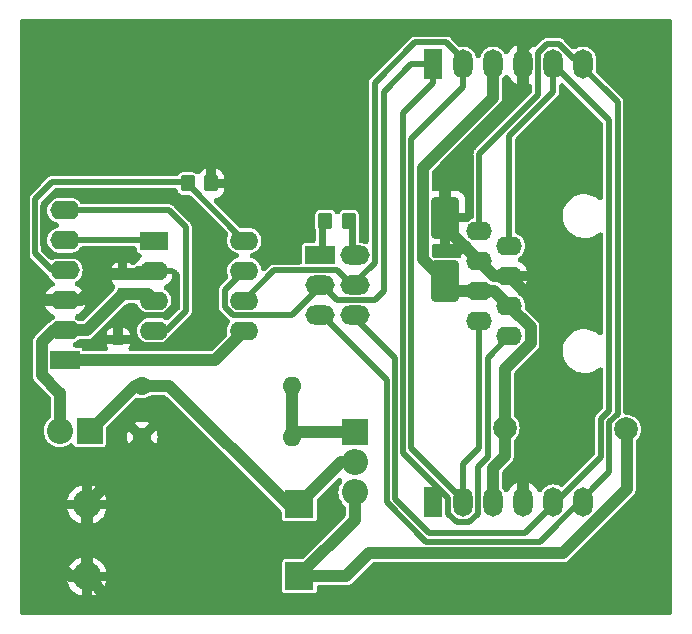
<source format=gbr>
%TF.GenerationSoftware,KiCad,Pcbnew,7.0.5*%
%TF.CreationDate,2023-11-17T15:06:44+01:00*%
%TF.ProjectId,canbus_transeiver_adapter,63616e62-7573-45f7-9472-616e73656976,rev?*%
%TF.SameCoordinates,Original*%
%TF.FileFunction,Copper,L2,Bot*%
%TF.FilePolarity,Positive*%
%FSLAX46Y46*%
G04 Gerber Fmt 4.6, Leading zero omitted, Abs format (unit mm)*
G04 Created by KiCad (PCBNEW 7.0.5) date 2023-11-17 15:06:44*
%MOMM*%
%LPD*%
G01*
G04 APERTURE LIST*
G04 Aperture macros list*
%AMRoundRect*
0 Rectangle with rounded corners*
0 $1 Rounding radius*
0 $2 $3 $4 $5 $6 $7 $8 $9 X,Y pos of 4 corners*
0 Add a 4 corners polygon primitive as box body*
4,1,4,$2,$3,$4,$5,$6,$7,$8,$9,$2,$3,0*
0 Add four circle primitives for the rounded corners*
1,1,$1+$1,$2,$3*
1,1,$1+$1,$4,$5*
1,1,$1+$1,$6,$7*
1,1,$1+$1,$8,$9*
0 Add four rect primitives between the rounded corners*
20,1,$1+$1,$2,$3,$4,$5,0*
20,1,$1+$1,$4,$5,$6,$7,0*
20,1,$1+$1,$6,$7,$8,$9,0*
20,1,$1+$1,$8,$9,$2,$3,0*%
G04 Aperture macros list end*
%TA.AperFunction,ComponentPad*%
%ADD10C,1.600000*%
%TD*%
%TA.AperFunction,ComponentPad*%
%ADD11O,1.600000X1.600000*%
%TD*%
%TA.AperFunction,ComponentPad*%
%ADD12R,2.500000X1.640000*%
%TD*%
%TA.AperFunction,ComponentPad*%
%ADD13O,2.500000X1.640000*%
%TD*%
%TA.AperFunction,ComponentPad*%
%ADD14R,2.200000X2.200000*%
%TD*%
%TA.AperFunction,ComponentPad*%
%ADD15O,2.200000X2.200000*%
%TD*%
%TA.AperFunction,ComponentPad*%
%ADD16R,1.640000X2.500000*%
%TD*%
%TA.AperFunction,ComponentPad*%
%ADD17O,1.640000X2.500000*%
%TD*%
%TA.AperFunction,ComponentPad*%
%ADD18O,2.200000X1.600000*%
%TD*%
%TA.AperFunction,ComponentPad*%
%ADD19R,2.400000X2.400000*%
%TD*%
%TA.AperFunction,ComponentPad*%
%ADD20O,2.400000X2.400000*%
%TD*%
%TA.AperFunction,ComponentPad*%
%ADD21O,2.500000X1.600000*%
%TD*%
%TA.AperFunction,ComponentPad*%
%ADD22R,2.400000X1.600000*%
%TD*%
%TA.AperFunction,ComponentPad*%
%ADD23O,2.400000X1.600000*%
%TD*%
%TA.AperFunction,SMDPad,CuDef*%
%ADD24RoundRect,0.250000X-0.350000X-0.450000X0.350000X-0.450000X0.350000X0.450000X-0.350000X0.450000X0*%
%TD*%
%TA.AperFunction,SMDPad,CuDef*%
%ADD25RoundRect,0.250000X0.900000X-1.500000X0.900000X1.500000X-0.900000X1.500000X-0.900000X-1.500000X0*%
%TD*%
%TA.AperFunction,SMDPad,CuDef*%
%ADD26RoundRect,0.237500X0.237500X-0.300000X0.237500X0.300000X-0.237500X0.300000X-0.237500X-0.300000X0*%
%TD*%
%TA.AperFunction,ViaPad*%
%ADD27C,2.000000*%
%TD*%
%TA.AperFunction,Conductor*%
%ADD28C,1.000000*%
%TD*%
%TA.AperFunction,Conductor*%
%ADD29C,0.500000*%
%TD*%
%TA.AperFunction,Conductor*%
%ADD30C,0.800000*%
%TD*%
%TA.AperFunction,Conductor*%
%ADD31C,0.600000*%
%TD*%
G04 APERTURE END LIST*
D10*
%TO.P,R2,1*%
%TO.N,GND*%
X192278000Y-139827000D03*
D11*
%TO.P,R2,2*%
%TO.N,Net-(U1-ADJ)*%
X204978000Y-139827000D03*
%TD*%
D12*
%TO.P,J5,1,Pin_1*%
%TO.N,Net-(J5-Pin_1)*%
X207318000Y-124460000D03*
D13*
%TO.P,J5,2,Pin_2*%
%TO.N,Net-(J5-Pin_2)*%
X210258000Y-124460000D03*
%TO.P,J5,3,Pin_3*%
%TO.N,/CANH*%
X207318000Y-127000000D03*
%TO.P,J5,4,Pin_4*%
%TO.N,/CANL*%
X210258000Y-127000000D03*
%TO.P,J5,5,Pin_5*%
%TO.N,Net-(J2-Pin_6)*%
X207318000Y-129540000D03*
%TO.P,J5,6,Pin_6*%
%TO.N,Net-(J2-Pin_5)*%
X210258000Y-129540000D03*
%TD*%
D14*
%TO.P,J1,1,Pin_1*%
%TO.N,/+5VCAN*%
X187833000Y-139319000D03*
D15*
%TO.P,J1,2,Pin_2*%
%TO.N,+5V*%
X185293000Y-139319000D03*
%TD*%
D16*
%TO.P,J2,1,Pin_1*%
%TO.N,/CANH*%
X216916000Y-108273500D03*
D17*
%TO.P,J2,2,Pin_2*%
%TO.N,/CANL*%
X219456000Y-108273500D03*
%TO.P,J2,3,Pin_3*%
%TO.N,/+12CAN*%
X221996000Y-108273500D03*
%TO.P,J2,4,Pin_4*%
%TO.N,GND*%
X224536000Y-108273500D03*
%TO.P,J2,5,Pin_5*%
%TO.N,Net-(J2-Pin_5)*%
X227076000Y-108273500D03*
%TO.P,J2,6,Pin_6*%
%TO.N,Net-(J2-Pin_6)*%
X229616000Y-108273500D03*
%TD*%
D18*
%TO.P,J4,1*%
%TO.N,/CANH*%
X223373000Y-131282500D03*
%TO.P,J4,2*%
%TO.N,/CANL*%
X220833000Y-130012500D03*
%TO.P,J4,3*%
%TO.N,/+12CAN*%
X223373000Y-128742500D03*
%TO.P,J4,4*%
X220833000Y-127472500D03*
%TO.P,J4,5*%
%TO.N,GND*%
X223373000Y-126202500D03*
%TO.P,J4,6*%
X220833000Y-124932500D03*
%TO.P,J4,7*%
%TO.N,Net-(J2-Pin_5)*%
X223373000Y-123662500D03*
%TO.P,J4,8*%
%TO.N,Net-(J2-Pin_6)*%
X220833000Y-122392500D03*
%TD*%
D19*
%TO.P,C2,1*%
%TO.N,/+12CAN*%
X205596000Y-151626500D03*
D20*
%TO.P,C2,2*%
%TO.N,GND*%
X187596000Y-151626500D03*
%TD*%
D12*
%TO.P,J3,1,Pin_1*%
%TO.N,/VIO*%
X185731000Y-133335000D03*
D21*
%TO.P,J3,2,Pin_2*%
%TO.N,+5V*%
X185731000Y-130795000D03*
%TO.P,J3,3,Pin_3*%
%TO.N,GND*%
X185731000Y-128255000D03*
%TO.P,J3,4,Pin_4*%
%TO.N,/STBY*%
X185731000Y-125715000D03*
%TO.P,J3,5,Pin_5*%
%TO.N,/TXD*%
X185731000Y-123175000D03*
%TO.P,J3,6,Pin_6*%
%TO.N,/RXD*%
X185731000Y-120635000D03*
%TD*%
D14*
%TO.P,U1,1,ADJ*%
%TO.N,Net-(U1-ADJ)*%
X210256000Y-139446000D03*
D15*
%TO.P,U1,2,VO*%
%TO.N,/+5VCAN*%
X210256000Y-141986000D03*
%TO.P,U1,3,VI*%
%TO.N,/+12CAN*%
X210256000Y-144526000D03*
%TD*%
D10*
%TO.P,R1,1*%
%TO.N,/+5VCAN*%
X192259000Y-135509000D03*
D11*
%TO.P,R1,2*%
%TO.N,Net-(U1-ADJ)*%
X204959000Y-135509000D03*
%TD*%
D19*
%TO.P,C1,1*%
%TO.N,/+5VCAN*%
X205596000Y-145530500D03*
D20*
%TO.P,C1,2*%
%TO.N,GND*%
X187596000Y-145530500D03*
%TD*%
D22*
%TO.P,U2,1,TXD*%
%TO.N,/TXD*%
X193304000Y-123200000D03*
D23*
%TO.P,U2,2,VSS*%
%TO.N,GND*%
X193304000Y-125740000D03*
%TO.P,U2,3,VDD*%
%TO.N,+5V*%
X193304000Y-128280000D03*
%TO.P,U2,4,RXD*%
%TO.N,/RXD*%
X193304000Y-130820000D03*
%TO.P,U2,5,VIO*%
%TO.N,/VIO*%
X200924000Y-130820000D03*
%TO.P,U2,6,CANL*%
%TO.N,/CANL*%
X200924000Y-128280000D03*
%TO.P,U2,7,CANH*%
%TO.N,/CANH*%
X200924000Y-125740000D03*
%TO.P,U2,8,STBY*%
%TO.N,/STBY*%
X200924000Y-123200000D03*
%TD*%
D16*
%TO.P,J6,1,Pin_1*%
%TO.N,/CANH*%
X216916000Y-145351500D03*
D17*
%TO.P,J6,2,Pin_2*%
%TO.N,/CANL*%
X219456000Y-145351500D03*
%TO.P,J6,3,Pin_3*%
%TO.N,/+12CAN*%
X221996000Y-145351500D03*
%TO.P,J6,4,Pin_4*%
%TO.N,GND*%
X224536000Y-145351500D03*
%TO.P,J6,5,Pin_5*%
%TO.N,Net-(J2-Pin_5)*%
X227076000Y-145351500D03*
%TO.P,J6,6,Pin_6*%
%TO.N,Net-(J2-Pin_6)*%
X229616000Y-145351500D03*
%TD*%
D24*
%TO.P,R4,1*%
%TO.N,/STBY*%
X196120000Y-118364000D03*
%TO.P,R4,2*%
%TO.N,GND*%
X198120000Y-118364000D03*
%TD*%
D25*
%TO.P,D1,1,A1*%
%TO.N,/+12CAN*%
X217932000Y-126652000D03*
%TO.P,D1,2,A2*%
%TO.N,GND*%
X217932000Y-121252000D03*
%TD*%
D26*
%TO.P,C3,1*%
%TO.N,+5V*%
X190627000Y-127762000D03*
%TO.P,C3,2*%
%TO.N,GND*%
X190627000Y-126037000D03*
%TD*%
%TO.P,C4,1*%
%TO.N,/VIO*%
X190246000Y-133297000D03*
%TO.P,C4,2*%
%TO.N,GND*%
X190246000Y-131572000D03*
%TD*%
D24*
%TO.P,R3,1*%
%TO.N,Net-(J5-Pin_1)*%
X207793000Y-121539000D03*
%TO.P,R3,2*%
%TO.N,Net-(J5-Pin_2)*%
X209793000Y-121539000D03*
%TD*%
D27*
%TO.N,/+12CAN*%
X222982500Y-139065000D03*
X233272500Y-139192000D03*
%TD*%
D28*
%TO.N,/+5VCAN*%
X210256000Y-141986000D02*
X209140500Y-141986000D01*
X191643000Y-135509000D02*
X187833000Y-139319000D01*
X209140500Y-141986000D02*
X205596000Y-145530500D01*
X205596000Y-145530500D02*
X204585500Y-145530500D01*
X194564000Y-135509000D02*
X192259000Y-135509000D01*
X204585500Y-145530500D02*
X194564000Y-135509000D01*
X192259000Y-135509000D02*
X191643000Y-135509000D01*
%TO.N,GND*%
X231075556Y-153526500D02*
X236663000Y-147939056D01*
D29*
X184790000Y-124465000D02*
X183896000Y-123571000D01*
X194221767Y-132070000D02*
X192268000Y-132070000D01*
D30*
X185691395Y-128255000D02*
X182992000Y-128255000D01*
X185219498Y-116332000D02*
X197739000Y-116332000D01*
D29*
X190754000Y-129540000D02*
X190246000Y-130048000D01*
D28*
X190627000Y-126037000D02*
X193007000Y-126037000D01*
X193007000Y-126037000D02*
X193304000Y-125740000D01*
X226373000Y-129202500D02*
X226373000Y-140403000D01*
D30*
X182337000Y-127600000D02*
X182337000Y-119214498D01*
D28*
X224536000Y-142240000D02*
X224536000Y-144960498D01*
X224536000Y-106934000D02*
X226314000Y-105156000D01*
X223373000Y-126202500D02*
X226373000Y-129202500D01*
D29*
X194818000Y-119253000D02*
X197358000Y-121793000D01*
X192268000Y-132070000D02*
X191770000Y-131572000D01*
X189339000Y-126037000D02*
X188775000Y-126037000D01*
D28*
X187596000Y-151626500D02*
X189496000Y-153526500D01*
X190627000Y-126037000D02*
X189339000Y-126037000D01*
D30*
X182992000Y-128255000D02*
X182337000Y-127600000D01*
D28*
X187596000Y-151626500D02*
X187689500Y-151720000D01*
X224536000Y-144960498D02*
X224340499Y-145155999D01*
X226314000Y-105156000D02*
X229078105Y-105156000D01*
X192278000Y-139827000D02*
X192278000Y-140848500D01*
D29*
X187203000Y-124465000D02*
X184790000Y-124465000D01*
D28*
X185731000Y-128255000D02*
X183276000Y-128255000D01*
D29*
X195072000Y-128679767D02*
X194211767Y-129540000D01*
D28*
X224536000Y-110282056D02*
X224536000Y-106934000D01*
X236663000Y-112740895D02*
X236663000Y-147939056D01*
D30*
X197739000Y-116332000D02*
X198120000Y-116713000D01*
D29*
X194211767Y-129540000D02*
X190754000Y-129540000D01*
X197358000Y-128933767D02*
X194221767Y-132070000D01*
D28*
X185731000Y-128255000D02*
X185691395Y-128255000D01*
X192278000Y-140848500D02*
X187596000Y-145530500D01*
X186170500Y-151626500D02*
X187596000Y-151626500D01*
D30*
X182337000Y-119214498D02*
X185219498Y-116332000D01*
D28*
X217932000Y-116886056D02*
X224536000Y-110282056D01*
X217932000Y-122031500D02*
X220833000Y-124932500D01*
X189496000Y-153526500D02*
X231075556Y-153526500D01*
D29*
X197358000Y-121793000D02*
X197358000Y-128933767D01*
D28*
X187689500Y-151720000D02*
X187689500Y-152510500D01*
X182499000Y-129032000D02*
X182499000Y-137922000D01*
X189339000Y-126037000D02*
X187121000Y-128255000D01*
D29*
X190246000Y-130048000D02*
X190246000Y-131572000D01*
X184895233Y-119253000D02*
X194818000Y-119253000D01*
D28*
X217932000Y-121252000D02*
X217932000Y-116886056D01*
X187121000Y-128255000D02*
X185731000Y-128255000D01*
X183276000Y-128255000D02*
X182499000Y-129032000D01*
X226373000Y-140403000D02*
X224536000Y-142240000D01*
D29*
X183896000Y-120252233D02*
X184895233Y-119253000D01*
X195072000Y-125984000D02*
X195072000Y-128679767D01*
D28*
X182510500Y-137910500D02*
X182499000Y-137922000D01*
X187596000Y-145530500D02*
X187596000Y-151626500D01*
X182499000Y-147955000D02*
X186170500Y-151626500D01*
X223373000Y-126202500D02*
X222103000Y-126202500D01*
D29*
X183896000Y-123571000D02*
X183896000Y-120252233D01*
D28*
X217932000Y-121252000D02*
X217932000Y-122031500D01*
X222103000Y-126202500D02*
X220833000Y-124932500D01*
D29*
X188775000Y-126037000D02*
X187203000Y-124465000D01*
X194828000Y-125740000D02*
X195072000Y-125984000D01*
D30*
X198120000Y-116713000D02*
X198120000Y-118364000D01*
D29*
X191770000Y-131572000D02*
X190246000Y-131572000D01*
X193304000Y-125740000D02*
X194828000Y-125740000D01*
D28*
X182499000Y-137922000D02*
X182499000Y-147955000D01*
X229078105Y-105156000D02*
X236663000Y-112740895D01*
%TO.N,/+12CAN*%
X217932000Y-126652000D02*
X216027000Y-124747000D01*
X225173000Y-130542500D02*
X225173000Y-131903820D01*
X220833000Y-127472500D02*
X218752500Y-127472500D01*
X205486000Y-151638000D02*
X210256000Y-146868000D01*
X216027000Y-117094000D02*
X221996000Y-111125000D01*
X233299000Y-139218500D02*
X233299000Y-144272000D01*
X211521000Y-149667000D02*
X209561500Y-151626500D01*
X227904000Y-149667000D02*
X211521000Y-149667000D01*
X223373000Y-128742500D02*
X225173000Y-130542500D01*
X218752500Y-127472500D02*
X217932000Y-126652000D01*
X220833000Y-127472500D02*
X222103000Y-127472500D01*
X210256000Y-146868000D02*
X210256000Y-144526000D01*
X221996000Y-111125000D02*
X221996000Y-108273500D01*
X209561500Y-151626500D02*
X205596000Y-151626500D01*
X223012000Y-139035500D02*
X222982500Y-139065000D01*
X221996000Y-142440502D02*
X221996000Y-145292000D01*
X222103000Y-127472500D02*
X223373000Y-128742500D01*
X233272500Y-139192000D02*
X233299000Y-139218500D01*
X225173000Y-131903820D02*
X223012000Y-134064820D01*
X222982500Y-141454002D02*
X221996000Y-142440502D01*
X216027000Y-124747000D02*
X216027000Y-117094000D01*
X223012000Y-134064820D02*
X223012000Y-139035500D01*
X233299000Y-144272000D02*
X227904000Y-149667000D01*
X222982500Y-139065000D02*
X222982500Y-141454002D01*
%TO.N,+5V*%
X185293000Y-136144000D02*
X185293000Y-139319000D01*
X183769000Y-131827000D02*
X183769000Y-134620000D01*
X184801000Y-130795000D02*
X183769000Y-131827000D01*
X192786000Y-127762000D02*
X193304000Y-128280000D01*
X185159500Y-136010500D02*
X185293000Y-136144000D01*
X187594000Y-130795000D02*
X190627000Y-127762000D01*
X185731000Y-130795000D02*
X187594000Y-130795000D01*
X185731000Y-130795000D02*
X184801000Y-130795000D01*
X190627000Y-127762000D02*
X192786000Y-127762000D01*
X183769000Y-134620000D02*
X185159500Y-136010500D01*
%TO.N,/VIO*%
X198409000Y-133335000D02*
X185731000Y-133335000D01*
X200924000Y-130820000D02*
X198409000Y-133335000D01*
D29*
%TO.N,/CANH*%
X212725000Y-127508000D02*
X212725000Y-110617000D01*
X215068500Y-108273500D02*
X216916000Y-108273500D01*
X218186000Y-146307551D02*
X218186000Y-145034000D01*
X220726000Y-142367000D02*
X220726000Y-146307551D01*
X212725000Y-110617000D02*
X215068500Y-108273500D01*
X208788000Y-128270000D02*
X211963000Y-128270000D01*
X199274000Y-128797767D02*
X199274000Y-127390000D01*
X219982051Y-147051500D02*
X218929949Y-147051500D01*
X216916000Y-109861000D02*
X216916000Y-108273500D01*
X200006233Y-129530000D02*
X199274000Y-128797767D01*
X211963000Y-128270000D02*
X212725000Y-127508000D01*
X204988000Y-129530000D02*
X200006233Y-129530000D01*
X207518000Y-127000000D02*
X208788000Y-128270000D01*
X207518000Y-127000000D02*
X204988000Y-129530000D01*
X218929949Y-147051500D02*
X218186000Y-146307551D01*
X214377000Y-112400000D02*
X216916000Y-109861000D01*
X218186000Y-145034000D02*
X214377000Y-141225000D01*
X223373000Y-131282500D02*
X221533000Y-133122500D01*
X221533000Y-141560000D02*
X220726000Y-142367000D01*
X220726000Y-146307551D02*
X219982051Y-147051500D01*
X199274000Y-127390000D02*
X200924000Y-125740000D01*
X214377000Y-141225000D02*
X214377000Y-112400000D01*
X221533000Y-133122500D02*
X221533000Y-141560000D01*
%TO.N,/CANL*%
X215077000Y-140782000D02*
X219456000Y-145161000D01*
X211958000Y-109860000D02*
X215392000Y-106426000D01*
X219456000Y-145161000D02*
X219456000Y-142113000D01*
X211958000Y-125100000D02*
X211958000Y-109860000D01*
X203474000Y-125730000D02*
X208788000Y-125730000D01*
X200924000Y-128280000D02*
X203474000Y-125730000D01*
X219456000Y-110221000D02*
X215077000Y-114600000D01*
X215077000Y-114600000D02*
X215077000Y-140782000D01*
X219456000Y-142113000D02*
X220833000Y-140736000D01*
X210058000Y-127000000D02*
X211958000Y-125100000D01*
X219456000Y-107843500D02*
X219456000Y-110221000D01*
X215392000Y-106426000D02*
X218038500Y-106426000D01*
X218038500Y-106426000D02*
X219456000Y-107843500D01*
X208788000Y-125730000D02*
X210058000Y-127000000D01*
X220833000Y-140736000D02*
X220833000Y-130012500D01*
%TO.N,Net-(J2-Pin_5)*%
X213677000Y-145082500D02*
X216549500Y-147955000D01*
X224663000Y-147955000D02*
X231122500Y-141495500D01*
X210058000Y-129540000D02*
X213677000Y-133159000D01*
X231823000Y-113020500D02*
X227076000Y-108273500D01*
X223373000Y-114320000D02*
X227076000Y-110617000D01*
X216549500Y-147955000D02*
X224663000Y-147955000D01*
X231122500Y-141495500D02*
X231122500Y-138301440D01*
X227076000Y-110617000D02*
X227076000Y-108273500D01*
X213677000Y-133159000D02*
X213677000Y-145082500D01*
X223373000Y-123662500D02*
X223373000Y-114320000D01*
X231122500Y-138301440D02*
X231823000Y-137600940D01*
X231823000Y-137600940D02*
X231823000Y-113020500D01*
%TO.N,Net-(J2-Pin_6)*%
X231822500Y-138591390D02*
X231822500Y-142831051D01*
X227602051Y-106573500D02*
X232523000Y-111494449D01*
X225806000Y-107317449D02*
X226549949Y-106573500D01*
X225936551Y-148717000D02*
X216321550Y-148717000D01*
X212977000Y-134999000D02*
X207518000Y-129540000D01*
X232523000Y-111494449D02*
X232523000Y-137890890D01*
X220833000Y-122392500D02*
X220833000Y-115844000D01*
X220833000Y-115844000D02*
X225806000Y-110871000D01*
X232523000Y-137890890D02*
X231822500Y-138591390D01*
X216321550Y-148717000D02*
X212977000Y-145372449D01*
X226549949Y-106573500D02*
X227602051Y-106573500D01*
X212977000Y-145372449D02*
X212977000Y-134999000D01*
X225806000Y-110871000D02*
X225806000Y-107317449D01*
X231822500Y-142831051D02*
X225936551Y-148717000D01*
%TO.N,/TXD*%
X193279000Y-123175000D02*
X193304000Y-123200000D01*
X185731000Y-123175000D02*
X193279000Y-123175000D01*
%TO.N,/RXD*%
X195961000Y-129169000D02*
X194310000Y-130820000D01*
X194310000Y-130820000D02*
X193304000Y-130820000D01*
X185731000Y-120635000D02*
X194549000Y-120635000D01*
X194549000Y-120635000D02*
X195961000Y-122047000D01*
X195961000Y-122047000D02*
X195961000Y-129169000D01*
D28*
%TO.N,Net-(U1-ADJ)*%
X205359000Y-139446000D02*
X204978000Y-139827000D01*
X210256000Y-139446000D02*
X205359000Y-139446000D01*
X204959000Y-135509000D02*
X204959000Y-139808000D01*
X204959000Y-139808000D02*
X204978000Y-139827000D01*
D29*
%TO.N,/STBY*%
X185731000Y-125715000D02*
X184643000Y-125715000D01*
X195961000Y-118237000D02*
X200924000Y-123200000D01*
X184658000Y-118237000D02*
X195961000Y-118237000D01*
X184643000Y-125715000D02*
X183187000Y-124259000D01*
X183187000Y-124259000D02*
X183187000Y-119708000D01*
X183187000Y-119708000D02*
X184658000Y-118237000D01*
D31*
%TO.N,Net-(J5-Pin_1)*%
X207518000Y-124460000D02*
X207518000Y-121814000D01*
%TO.N,Net-(J5-Pin_2)*%
X210058000Y-124460000D02*
X210058000Y-121804000D01*
%TD*%
%TA.AperFunction,Conductor*%
%TO.N,GND*%
G36*
X224226465Y-145685099D02*
G01*
X224298669Y-145734327D01*
X224289712Y-145732546D01*
X224208930Y-145678570D01*
X224154954Y-145597788D01*
X224154328Y-145594641D01*
X224226465Y-145685099D01*
G37*
%TD.AperFunction*%
%TA.AperFunction,Conductor*%
G36*
X224782288Y-145732546D02*
G01*
X224781615Y-145732679D01*
X224783306Y-145731865D01*
X224782288Y-145732546D01*
G37*
%TD.AperFunction*%
%TA.AperFunction,Conductor*%
G36*
X224917046Y-145597788D02*
G01*
X224863070Y-145678570D01*
X224798860Y-145721473D01*
X224891798Y-145635240D01*
X224918951Y-145588208D01*
X224917046Y-145597788D01*
G37*
%TD.AperFunction*%
%TA.AperFunction,Conductor*%
G36*
X227920787Y-109852907D02*
G01*
X228001569Y-109906883D01*
X231249570Y-113154884D01*
X231303546Y-113235666D01*
X231322500Y-113330954D01*
X231322500Y-119513570D01*
X231303546Y-119608858D01*
X231249570Y-119689640D01*
X231168788Y-119743616D01*
X231073500Y-119762570D01*
X230978212Y-119743616D01*
X230907338Y-119699019D01*
X230857003Y-119653919D01*
X230857000Y-119653916D01*
X230631096Y-119504459D01*
X230631090Y-119504456D01*
X230385824Y-119389480D01*
X230126431Y-119311440D01*
X230126427Y-119311439D01*
X230126426Y-119311439D01*
X230064715Y-119302357D01*
X229858439Y-119272000D01*
X229655369Y-119272000D01*
X229452844Y-119286823D01*
X229452840Y-119286823D01*
X229452837Y-119286824D01*
X229188442Y-119345721D01*
X228935436Y-119442488D01*
X228699226Y-119575055D01*
X228484826Y-119740608D01*
X228296811Y-119935622D01*
X228139204Y-120155916D01*
X228139199Y-120155924D01*
X228015344Y-120396823D01*
X228015343Y-120396825D01*
X227927882Y-120653190D01*
X227878681Y-120919562D01*
X227878680Y-120919573D01*
X227868788Y-121190265D01*
X227868787Y-121190268D01*
X227893765Y-121417268D01*
X227898414Y-121459518D01*
X227966928Y-121721588D01*
X228059537Y-121939516D01*
X228072869Y-121970887D01*
X228072872Y-121970894D01*
X228213976Y-122202101D01*
X228213978Y-122202105D01*
X228213982Y-122202110D01*
X228213987Y-122202116D01*
X228213990Y-122202120D01*
X228297327Y-122302260D01*
X228387255Y-122410320D01*
X228576703Y-122580066D01*
X228588996Y-122591080D01*
X228588999Y-122591083D01*
X228814903Y-122740540D01*
X228814906Y-122740541D01*
X228814910Y-122740544D01*
X229060176Y-122855520D01*
X229319569Y-122933560D01*
X229587561Y-122973000D01*
X229587567Y-122973000D01*
X229790630Y-122973000D01*
X229790631Y-122973000D01*
X229993156Y-122958177D01*
X230257553Y-122899280D01*
X230510558Y-122802514D01*
X230746777Y-122669941D01*
X230921321Y-122535163D01*
X231008322Y-122491930D01*
X231105249Y-122485280D01*
X231197343Y-122516230D01*
X231270583Y-122580066D01*
X231313818Y-122667070D01*
X231322500Y-122732248D01*
X231322500Y-130943570D01*
X231303546Y-131038858D01*
X231249570Y-131119640D01*
X231168788Y-131173616D01*
X231073500Y-131192570D01*
X230978212Y-131173616D01*
X230907338Y-131129019D01*
X230857003Y-131083919D01*
X230857000Y-131083916D01*
X230631096Y-130934459D01*
X230631090Y-130934456D01*
X230385824Y-130819480D01*
X230126431Y-130741440D01*
X230126427Y-130741439D01*
X230126426Y-130741439D01*
X230064715Y-130732357D01*
X229858439Y-130702000D01*
X229655369Y-130702000D01*
X229452844Y-130716823D01*
X229452840Y-130716823D01*
X229452837Y-130716824D01*
X229188442Y-130775721D01*
X228935436Y-130872488D01*
X228699226Y-131005055D01*
X228484826Y-131170608D01*
X228296811Y-131365622D01*
X228139204Y-131585916D01*
X228139199Y-131585924D01*
X228015344Y-131826823D01*
X228015343Y-131826825D01*
X227927882Y-132083190D01*
X227878681Y-132349562D01*
X227878680Y-132349573D01*
X227868788Y-132620265D01*
X227868787Y-132620268D01*
X227898413Y-132889512D01*
X227898414Y-132889518D01*
X227966928Y-133151587D01*
X227966928Y-133151588D01*
X228072869Y-133400887D01*
X228072872Y-133400894D01*
X228213976Y-133632101D01*
X228213978Y-133632105D01*
X228213982Y-133632110D01*
X228213987Y-133632116D01*
X228213990Y-133632120D01*
X228301906Y-133737762D01*
X228387255Y-133840320D01*
X228576703Y-134010066D01*
X228588996Y-134021080D01*
X228588999Y-134021083D01*
X228814903Y-134170540D01*
X228814906Y-134170541D01*
X228814910Y-134170544D01*
X229060176Y-134285520D01*
X229319569Y-134363560D01*
X229587561Y-134403000D01*
X229587567Y-134403000D01*
X229790630Y-134403000D01*
X229790631Y-134403000D01*
X229993156Y-134388177D01*
X230257553Y-134329280D01*
X230510558Y-134232514D01*
X230738736Y-134104454D01*
X230746772Y-134099944D01*
X230746772Y-134099943D01*
X230746777Y-134099941D01*
X230921321Y-133965163D01*
X231008322Y-133921930D01*
X231105249Y-133915280D01*
X231197343Y-133946230D01*
X231270583Y-134010066D01*
X231313818Y-134097070D01*
X231322500Y-134162248D01*
X231322500Y-137290486D01*
X231303546Y-137385774D01*
X231249570Y-137466556D01*
X231249569Y-137466556D01*
X230825567Y-137890557D01*
X230804641Y-137907421D01*
X230804828Y-137907637D01*
X230791370Y-137919298D01*
X230758869Y-137956806D01*
X230752823Y-137963300D01*
X230743282Y-137972843D01*
X230743274Y-137972852D01*
X230735195Y-137983644D01*
X230729625Y-137990556D01*
X230697125Y-138028063D01*
X230687495Y-138043048D01*
X230687256Y-138042894D01*
X230686990Y-138043343D01*
X230687238Y-138043479D01*
X230678704Y-138059108D01*
X230661353Y-138105626D01*
X230657953Y-138113834D01*
X230637334Y-138158984D01*
X230632317Y-138176070D01*
X230632046Y-138175990D01*
X230631917Y-138176499D01*
X230632193Y-138176560D01*
X230628408Y-138193958D01*
X230624867Y-138243458D01*
X230623919Y-138252286D01*
X230622000Y-138265637D01*
X230622000Y-138279105D01*
X230621683Y-138287989D01*
X230618141Y-138337511D01*
X230619412Y-138355278D01*
X230619126Y-138355298D01*
X230622000Y-138382022D01*
X230622000Y-141185045D01*
X230603046Y-141280333D01*
X230549070Y-141361115D01*
X227940700Y-143969484D01*
X227859918Y-144023460D01*
X227764630Y-144042414D01*
X227669342Y-144023460D01*
X227647252Y-144013012D01*
X227487651Y-143927703D01*
X227487644Y-143927700D01*
X227285854Y-143866488D01*
X227076001Y-143845820D01*
X227075999Y-143845820D01*
X226866145Y-143866488D01*
X226664355Y-143927700D01*
X226664348Y-143927703D01*
X226478383Y-144027105D01*
X226315385Y-144160872D01*
X226315372Y-144160885D01*
X226181606Y-144323881D01*
X226166536Y-144352076D01*
X226104901Y-144427178D01*
X226019218Y-144472976D01*
X225922530Y-144482498D01*
X225829559Y-144454295D01*
X225754457Y-144392660D01*
X225721267Y-144339929D01*
X225683518Y-144258977D01*
X225551041Y-144069780D01*
X225387719Y-143906458D01*
X225198522Y-143773981D01*
X224989189Y-143676367D01*
X224935999Y-143662115D01*
X224935999Y-145138958D01*
X224930113Y-145123959D01*
X224845535Y-145017901D01*
X224733453Y-144941484D01*
X224603827Y-144901500D01*
X224502276Y-144901500D01*
X224401862Y-144916635D01*
X224279643Y-144975493D01*
X224180202Y-145067760D01*
X224136000Y-145144320D01*
X224136000Y-143662115D01*
X224082810Y-143676367D01*
X223873477Y-143773981D01*
X223684280Y-143906458D01*
X223520958Y-144069780D01*
X223388480Y-144258977D01*
X223350731Y-144339931D01*
X223293282Y-144418280D01*
X223210222Y-144468681D01*
X223114198Y-144483460D01*
X223019827Y-144460367D01*
X222941478Y-144402918D01*
X222905464Y-144352076D01*
X222890395Y-144323884D01*
X222803018Y-144217414D01*
X222757221Y-144131732D01*
X222746499Y-144059458D01*
X222746499Y-142854507D01*
X222765453Y-142759220D01*
X222819426Y-142678441D01*
X223461708Y-142036160D01*
X223489075Y-142012512D01*
X223501030Y-142003612D01*
X223532887Y-141965644D01*
X223540180Y-141957687D01*
X223544091Y-141953778D01*
X223563336Y-141929436D01*
X223565559Y-141926707D01*
X223613802Y-141869216D01*
X223613805Y-141869211D01*
X223619832Y-141860047D01*
X223625606Y-141850684D01*
X223625611Y-141850679D01*
X223657324Y-141782667D01*
X223658851Y-141779512D01*
X223692540Y-141712435D01*
X223692541Y-141712428D01*
X223696310Y-141702076D01*
X223699757Y-141691676D01*
X223703130Y-141675333D01*
X223714934Y-141618165D01*
X223715693Y-141614739D01*
X223733000Y-141541723D01*
X223733000Y-141541711D01*
X223734273Y-141530829D01*
X223735231Y-141519868D01*
X223735234Y-141519857D01*
X223733580Y-141463017D01*
X223733053Y-141444881D01*
X223733000Y-141441260D01*
X223733000Y-140186114D01*
X223751954Y-140090826D01*
X223805927Y-140010047D01*
X223944098Y-139871877D01*
X224069602Y-139692639D01*
X224162075Y-139494330D01*
X224218707Y-139282977D01*
X224237777Y-139065000D01*
X224218707Y-138847023D01*
X224162075Y-138635670D01*
X224069602Y-138437362D01*
X223944098Y-138258123D01*
X223835427Y-138149452D01*
X223781454Y-138068674D01*
X223762500Y-137973386D01*
X223762500Y-134478826D01*
X223781454Y-134383538D01*
X223835428Y-134302758D01*
X225652205Y-132485980D01*
X225679575Y-132462329D01*
X225691530Y-132453430D01*
X225723377Y-132415474D01*
X225730681Y-132407504D01*
X225734591Y-132403596D01*
X225753836Y-132379254D01*
X225756059Y-132376525D01*
X225804302Y-132319034D01*
X225804305Y-132319029D01*
X225810338Y-132309856D01*
X225816105Y-132300507D01*
X225816107Y-132300501D01*
X225816111Y-132300497D01*
X225847821Y-132232491D01*
X225849361Y-132229310D01*
X225883040Y-132162253D01*
X225883040Y-132162250D01*
X225886807Y-132151903D01*
X225890257Y-132141492D01*
X225896596Y-132110788D01*
X225905436Y-132067972D01*
X225906186Y-132064589D01*
X225923500Y-131991541D01*
X225923499Y-131991534D01*
X225924774Y-131980632D01*
X225925734Y-131969673D01*
X225923553Y-131894699D01*
X225923500Y-131891078D01*
X225923500Y-130615311D01*
X225926129Y-130579221D01*
X225928289Y-130564477D01*
X225923973Y-130515152D01*
X225923500Y-130504305D01*
X225923500Y-130498791D01*
X225919903Y-130468018D01*
X225919534Y-130464414D01*
X225912998Y-130389702D01*
X225912995Y-130389693D01*
X225910772Y-130378923D01*
X225908242Y-130368248D01*
X225886048Y-130307270D01*
X225882567Y-130297706D01*
X225881430Y-130294436D01*
X225857814Y-130223165D01*
X225857811Y-130223160D01*
X225853164Y-130213193D01*
X225848238Y-130203385D01*
X225848237Y-130203383D01*
X225807016Y-130140710D01*
X225805107Y-130137714D01*
X225765711Y-130073844D01*
X225765707Y-130073840D01*
X225758889Y-130065216D01*
X225751831Y-130056805D01*
X225717156Y-130024090D01*
X225697282Y-130005339D01*
X225694704Y-130002836D01*
X224785478Y-129093610D01*
X224731501Y-129012828D01*
X224712547Y-128917540D01*
X224713745Y-128893149D01*
X224728583Y-128742500D01*
X224708300Y-128536566D01*
X224648232Y-128338546D01*
X224550685Y-128156050D01*
X224550683Y-128156047D01*
X224419416Y-127996096D01*
X224419403Y-127996083D01*
X224259450Y-127864815D01*
X224197716Y-127831817D01*
X224122614Y-127770183D01*
X224076816Y-127684499D01*
X224067293Y-127587812D01*
X224095496Y-127494841D01*
X224157130Y-127419739D01*
X224209863Y-127386548D01*
X224325480Y-127332635D01*
X224325482Y-127332633D01*
X224511812Y-127202164D01*
X224672664Y-127041312D01*
X224803133Y-126854983D01*
X224899266Y-126648824D01*
X224911679Y-126602500D01*
X223404481Y-126602500D01*
X223498148Y-126587665D01*
X223611045Y-126530141D01*
X223700641Y-126440545D01*
X223758165Y-126327648D01*
X223777986Y-126202500D01*
X223758165Y-126077352D01*
X223700641Y-125964455D01*
X223611045Y-125874859D01*
X223498148Y-125817335D01*
X223404481Y-125802500D01*
X224911680Y-125802500D01*
X224911679Y-125802499D01*
X224899266Y-125756175D01*
X224803133Y-125550016D01*
X224672664Y-125363687D01*
X224511812Y-125202835D01*
X224325482Y-125072366D01*
X224325479Y-125072364D01*
X224209861Y-125018450D01*
X224131511Y-124961001D01*
X224081110Y-124877942D01*
X224066331Y-124781918D01*
X224089424Y-124687547D01*
X224146873Y-124609197D01*
X224197713Y-124573183D01*
X224259450Y-124540185D01*
X224345694Y-124469407D01*
X224419403Y-124408916D01*
X224419404Y-124408914D01*
X224419410Y-124408910D01*
X224425527Y-124401457D01*
X224527238Y-124277520D01*
X224550685Y-124248950D01*
X224648232Y-124066454D01*
X224708300Y-123868434D01*
X224728583Y-123662500D01*
X224708300Y-123456566D01*
X224648232Y-123258546D01*
X224639412Y-123242046D01*
X224590037Y-123149672D01*
X224550685Y-123076050D01*
X224550683Y-123076047D01*
X224419416Y-122916096D01*
X224419403Y-122916083D01*
X224259452Y-122784816D01*
X224203921Y-122755134D01*
X224076954Y-122687268D01*
X224050214Y-122679156D01*
X223964534Y-122633358D01*
X223902901Y-122558256D01*
X223874699Y-122465284D01*
X223873500Y-122440880D01*
X223873500Y-114630453D01*
X223892454Y-114535165D01*
X223946428Y-114454385D01*
X227372930Y-111027882D01*
X227393855Y-111011021D01*
X227393668Y-111010805D01*
X227407121Y-110999147D01*
X227407128Y-110999143D01*
X227419342Y-110985045D01*
X227439630Y-110961633D01*
X227445693Y-110955121D01*
X227449781Y-110951032D01*
X227455221Y-110945593D01*
X227463309Y-110934787D01*
X227468863Y-110927894D01*
X227501377Y-110890373D01*
X227501377Y-110890371D01*
X227501380Y-110890369D01*
X227511005Y-110875392D01*
X227511247Y-110875548D01*
X227511513Y-110875101D01*
X227511260Y-110874963D01*
X227519792Y-110859335D01*
X227519796Y-110859331D01*
X227537150Y-110812800D01*
X227540537Y-110804622D01*
X227561165Y-110759457D01*
X227561166Y-110759447D01*
X227566182Y-110742367D01*
X227566458Y-110742448D01*
X227566585Y-110741949D01*
X227566305Y-110741888D01*
X227570090Y-110724487D01*
X227570090Y-110724485D01*
X227570091Y-110724483D01*
X227572372Y-110692574D01*
X227573632Y-110674976D01*
X227574580Y-110666148D01*
X227576500Y-110652799D01*
X227576499Y-110639323D01*
X227576815Y-110630461D01*
X227580359Y-110580927D01*
X227580357Y-110580922D01*
X227579089Y-110563159D01*
X227579373Y-110563138D01*
X227576500Y-110536425D01*
X227576500Y-110082947D01*
X227595453Y-109987665D01*
X227649429Y-109906883D01*
X227730211Y-109852907D01*
X227825499Y-109833953D01*
X227920787Y-109852907D01*
G37*
%TD.AperFunction*%
%TA.AperFunction,Conductor*%
G36*
X195130703Y-118756454D02*
G01*
X195211485Y-118810430D01*
X195265461Y-118891212D01*
X195270899Y-118908052D01*
X195305940Y-119002001D01*
X195326204Y-119056331D01*
X195412454Y-119171546D01*
X195527669Y-119257796D01*
X195662517Y-119308091D01*
X195722127Y-119314500D01*
X196227545Y-119314499D01*
X196322833Y-119333453D01*
X196403614Y-119387429D01*
X196403615Y-119387429D01*
X199509957Y-122493771D01*
X199563933Y-122574553D01*
X199582887Y-122669841D01*
X199563933Y-122765129D01*
X199553487Y-122787215D01*
X199548772Y-122796036D01*
X199548769Y-122796043D01*
X199488700Y-122994065D01*
X199468417Y-123200000D01*
X199488700Y-123405934D01*
X199548768Y-123603955D01*
X199646316Y-123786452D01*
X199777583Y-123946403D01*
X199777596Y-123946416D01*
X199937547Y-124077683D01*
X199937548Y-124077683D01*
X199937550Y-124077685D01*
X200120044Y-124175231D01*
X200120045Y-124175231D01*
X200120046Y-124175232D01*
X200137749Y-124180602D01*
X200306270Y-124231722D01*
X200391953Y-124277520D01*
X200453587Y-124352622D01*
X200481790Y-124445594D01*
X200472267Y-124542281D01*
X200426469Y-124627964D01*
X200351367Y-124689598D01*
X200306270Y-124708278D01*
X200120044Y-124764768D01*
X199937547Y-124862316D01*
X199777596Y-124993583D01*
X199777583Y-124993596D01*
X199646316Y-125153547D01*
X199548768Y-125336044D01*
X199488700Y-125534065D01*
X199488700Y-125534066D01*
X199468417Y-125740000D01*
X199488700Y-125945934D01*
X199548312Y-126142452D01*
X199548769Y-126143956D01*
X199548772Y-126143963D01*
X199553487Y-126152785D01*
X199581688Y-126245757D01*
X199572164Y-126342444D01*
X199526364Y-126428126D01*
X199509956Y-126446229D01*
X198977067Y-126979117D01*
X198956141Y-126995981D01*
X198956328Y-126996197D01*
X198942870Y-127007858D01*
X198910369Y-127045366D01*
X198904323Y-127051860D01*
X198894782Y-127061403D01*
X198894774Y-127061412D01*
X198886695Y-127072204D01*
X198881125Y-127079116D01*
X198848625Y-127116623D01*
X198838995Y-127131608D01*
X198838756Y-127131454D01*
X198838490Y-127131903D01*
X198838738Y-127132039D01*
X198830204Y-127147668D01*
X198812853Y-127194186D01*
X198809453Y-127202394D01*
X198788834Y-127247544D01*
X198783817Y-127264630D01*
X198783546Y-127264550D01*
X198783417Y-127265059D01*
X198783693Y-127265120D01*
X198779908Y-127282518D01*
X198776367Y-127332018D01*
X198775419Y-127340846D01*
X198773500Y-127354197D01*
X198773500Y-127367665D01*
X198773183Y-127376549D01*
X198769641Y-127426071D01*
X198770912Y-127443838D01*
X198770626Y-127443858D01*
X198773500Y-127470582D01*
X198773500Y-128717185D01*
X198770626Y-128743911D01*
X198770912Y-128743932D01*
X198769641Y-128761698D01*
X198770470Y-128773292D01*
X198773183Y-128811227D01*
X198773500Y-128820087D01*
X198773500Y-128833566D01*
X198775417Y-128846901D01*
X198776367Y-128855739D01*
X198779908Y-128905248D01*
X198783693Y-128922646D01*
X198783415Y-128922706D01*
X198783546Y-128923218D01*
X198783818Y-128923139D01*
X198788835Y-128940225D01*
X198809453Y-128985371D01*
X198812854Y-128993582D01*
X198830204Y-129040098D01*
X198830206Y-129040100D01*
X198838739Y-129055728D01*
X198838488Y-129055864D01*
X198838753Y-129056312D01*
X198838994Y-129056158D01*
X198848621Y-129071138D01*
X198881123Y-129108648D01*
X198886698Y-129115566D01*
X198894774Y-129126354D01*
X198894782Y-129126363D01*
X198904310Y-129135891D01*
X198910365Y-129142395D01*
X198923612Y-129157683D01*
X198942871Y-129179909D01*
X198956330Y-129191571D01*
X198956142Y-129191787D01*
X198977070Y-129208651D01*
X199595348Y-129826929D01*
X199612213Y-129847857D01*
X199612429Y-129847671D01*
X199624088Y-129861126D01*
X199632485Y-129868402D01*
X199692088Y-129945127D01*
X199717792Y-130038820D01*
X199705686Y-130135217D01*
X199661911Y-130214545D01*
X199646315Y-130233548D01*
X199548768Y-130416044D01*
X199488700Y-130614065D01*
X199488700Y-130614066D01*
X199468417Y-130820000D01*
X199482028Y-130958198D01*
X199488700Y-131025933D01*
X199490608Y-131035527D01*
X199490605Y-131132682D01*
X199453424Y-131222441D01*
X199422461Y-131260168D01*
X198171062Y-132511569D01*
X198090280Y-132565546D01*
X197994992Y-132584500D01*
X191356675Y-132584500D01*
X191261387Y-132565546D01*
X191180605Y-132511570D01*
X191126629Y-132430788D01*
X191107675Y-132335500D01*
X191126629Y-132240212D01*
X191144747Y-132204781D01*
X191156453Y-132185801D01*
X191210680Y-132022149D01*
X191210682Y-132022141D01*
X191215805Y-131972000D01*
X189276196Y-131972000D01*
X189281319Y-132022152D01*
X189335547Y-132185802D01*
X189347253Y-132204781D01*
X189381145Y-132295833D01*
X189377613Y-132392924D01*
X189337195Y-132481272D01*
X189266044Y-132547428D01*
X189174992Y-132581320D01*
X189135325Y-132584500D01*
X187452616Y-132584500D01*
X187357328Y-132565546D01*
X187276546Y-132511570D01*
X187222572Y-132430792D01*
X187216967Y-132417262D01*
X187215786Y-132415495D01*
X187171736Y-132349567D01*
X187161602Y-132334400D01*
X187161599Y-132334397D01*
X187079575Y-132279592D01*
X187078740Y-132279034D01*
X187078739Y-132279033D01*
X187005676Y-132264500D01*
X187005674Y-132264500D01*
X186634191Y-132264500D01*
X186538903Y-132245546D01*
X186458121Y-132191570D01*
X186404145Y-132110788D01*
X186385191Y-132015500D01*
X186404145Y-131920212D01*
X186458121Y-131839430D01*
X186538903Y-131785454D01*
X186561905Y-131777223D01*
X186584954Y-131770232D01*
X186767450Y-131672685D01*
X186791952Y-131652576D01*
X186853557Y-131602020D01*
X186939240Y-131556222D01*
X187011520Y-131545500D01*
X187521188Y-131545500D01*
X187557276Y-131548128D01*
X187572023Y-131550289D01*
X187604308Y-131547464D01*
X187621353Y-131545974D01*
X187632207Y-131545500D01*
X187637710Y-131545500D01*
X187642789Y-131544906D01*
X187668505Y-131541899D01*
X187672031Y-131541539D01*
X187746797Y-131534999D01*
X187746798Y-131534998D01*
X187757537Y-131532781D01*
X187768253Y-131530241D01*
X187768255Y-131530241D01*
X187838747Y-131504583D01*
X187842123Y-131503410D01*
X187913334Y-131479814D01*
X187913339Y-131479810D01*
X187923305Y-131475164D01*
X187933113Y-131470238D01*
X187933117Y-131470237D01*
X187995824Y-131428993D01*
X187998758Y-131427123D01*
X188062656Y-131387712D01*
X188062665Y-131387702D01*
X188071261Y-131380906D01*
X188079689Y-131373834D01*
X188079696Y-131373830D01*
X188131176Y-131319263D01*
X188133649Y-131316718D01*
X188278367Y-131172000D01*
X189276194Y-131172000D01*
X189845999Y-131172000D01*
X189846000Y-131171999D01*
X189846000Y-130548910D01*
X190646000Y-130548910D01*
X190646000Y-131171999D01*
X190646001Y-131172000D01*
X191215803Y-131172000D01*
X191210680Y-131121847D01*
X191156453Y-130958197D01*
X191065946Y-130811464D01*
X190944035Y-130689553D01*
X190797302Y-130599047D01*
X190797304Y-130599047D01*
X190646000Y-130548910D01*
X189846000Y-130548910D01*
X189694696Y-130599047D01*
X189547964Y-130689553D01*
X189426053Y-130811464D01*
X189335546Y-130958198D01*
X189281319Y-131121850D01*
X189281317Y-131121858D01*
X189276194Y-131171999D01*
X189276194Y-131172000D01*
X188278367Y-131172000D01*
X189508052Y-129942315D01*
X190837228Y-128613139D01*
X190918008Y-128559165D01*
X190956041Y-128546883D01*
X190969287Y-128543752D01*
X190969299Y-128543751D01*
X191010993Y-128528199D01*
X191098010Y-128512500D01*
X191692087Y-128512500D01*
X191787375Y-128531454D01*
X191868157Y-128585430D01*
X191922133Y-128666212D01*
X191926665Y-128678877D01*
X191928768Y-128683955D01*
X192026316Y-128866452D01*
X192157583Y-129026403D01*
X192157596Y-129026416D01*
X192317547Y-129157683D01*
X192317548Y-129157683D01*
X192317550Y-129157685D01*
X192500046Y-129255232D01*
X192686275Y-129311723D01*
X192771952Y-129357519D01*
X192833587Y-129432620D01*
X192861790Y-129525591D01*
X192852268Y-129622279D01*
X192806469Y-129707962D01*
X192731368Y-129769597D01*
X192686271Y-129788277D01*
X192500043Y-129844769D01*
X192317547Y-129942316D01*
X192157596Y-130073583D01*
X192157583Y-130073596D01*
X192026316Y-130233547D01*
X191928768Y-130416044D01*
X191868700Y-130614065D01*
X191848417Y-130820000D01*
X191868700Y-131025934D01*
X191928768Y-131223955D01*
X192026316Y-131406452D01*
X192157583Y-131566403D01*
X192157596Y-131566416D01*
X192317547Y-131697683D01*
X192317548Y-131697683D01*
X192317550Y-131697685D01*
X192500046Y-131795232D01*
X192604189Y-131826823D01*
X192698065Y-131855300D01*
X192713265Y-131856796D01*
X192852392Y-131870500D01*
X192852395Y-131870500D01*
X193755605Y-131870500D01*
X193755608Y-131870500D01*
X193909934Y-131855300D01*
X194107954Y-131795232D01*
X194290450Y-131697685D01*
X194422479Y-131589332D01*
X194450403Y-131566416D01*
X194450404Y-131566414D01*
X194450410Y-131566410D01*
X194470522Y-131541904D01*
X194562093Y-131430323D01*
X194581685Y-131406450D01*
X194679232Y-131223954D01*
X194689590Y-131189805D01*
X194735385Y-131104124D01*
X194751789Y-131086023D01*
X196257930Y-129579882D01*
X196278855Y-129563021D01*
X196278668Y-129562805D01*
X196292121Y-129551147D01*
X196292128Y-129551143D01*
X196314268Y-129525591D01*
X196324630Y-129513633D01*
X196330693Y-129507121D01*
X196334781Y-129503032D01*
X196340221Y-129497593D01*
X196348309Y-129486787D01*
X196353863Y-129479894D01*
X196386377Y-129442373D01*
X196386377Y-129442371D01*
X196386380Y-129442369D01*
X196396005Y-129427392D01*
X196396247Y-129427548D01*
X196396513Y-129427101D01*
X196396260Y-129426963D01*
X196404792Y-129411335D01*
X196404796Y-129411331D01*
X196422150Y-129364800D01*
X196425537Y-129356622D01*
X196446165Y-129311457D01*
X196446166Y-129311447D01*
X196451182Y-129294367D01*
X196451458Y-129294448D01*
X196451585Y-129293949D01*
X196451305Y-129293888D01*
X196455090Y-129276486D01*
X196455090Y-129276485D01*
X196455091Y-129276483D01*
X196458632Y-129226977D01*
X196459583Y-129218133D01*
X196461499Y-129204809D01*
X196461500Y-129204797D01*
X196461500Y-129191320D01*
X196461816Y-129182460D01*
X196465359Y-129132927D01*
X196465357Y-129132918D01*
X196464088Y-129115165D01*
X196464373Y-129115144D01*
X196461500Y-129088418D01*
X196461500Y-122127582D01*
X196464373Y-122100858D01*
X196464088Y-122100838D01*
X196465357Y-122083080D01*
X196465359Y-122083073D01*
X196462055Y-122036873D01*
X196461817Y-122033549D01*
X196461500Y-122024665D01*
X196461500Y-122011203D01*
X196461500Y-122011201D01*
X196459581Y-121997860D01*
X196458632Y-121989027D01*
X196457335Y-121970894D01*
X196455091Y-121939517D01*
X196455089Y-121939511D01*
X196451305Y-121922114D01*
X196451585Y-121922052D01*
X196451457Y-121921548D01*
X196451182Y-121921629D01*
X196446164Y-121904540D01*
X196425541Y-121859383D01*
X196422138Y-121851167D01*
X196404795Y-121804667D01*
X196396261Y-121789037D01*
X196396511Y-121788900D01*
X196396245Y-121788453D01*
X196396005Y-121788608D01*
X196386378Y-121773628D01*
X196353880Y-121736123D01*
X196348301Y-121729200D01*
X196340223Y-121718410D01*
X196340222Y-121718409D01*
X196340221Y-121718407D01*
X196330689Y-121708875D01*
X196324646Y-121702386D01*
X196305478Y-121680264D01*
X196292128Y-121664856D01*
X196278671Y-121653196D01*
X196278857Y-121652980D01*
X196257929Y-121636115D01*
X194959884Y-120338070D01*
X194943020Y-120317142D01*
X194942804Y-120317330D01*
X194931142Y-120303871D01*
X194893632Y-120271369D01*
X194887124Y-120265310D01*
X194877596Y-120255782D01*
X194877587Y-120255774D01*
X194866799Y-120247698D01*
X194859881Y-120242123D01*
X194822371Y-120209621D01*
X194807391Y-120199994D01*
X194807545Y-120199753D01*
X194807097Y-120199488D01*
X194806961Y-120199739D01*
X194791333Y-120191206D01*
X194791331Y-120191204D01*
X194744815Y-120173854D01*
X194736604Y-120170453D01*
X194691458Y-120149835D01*
X194674372Y-120144818D01*
X194674451Y-120144546D01*
X194673939Y-120144415D01*
X194673879Y-120144693D01*
X194656481Y-120140908D01*
X194606972Y-120137367D01*
X194598136Y-120136417D01*
X194584799Y-120134500D01*
X194571321Y-120134500D01*
X194562459Y-120134183D01*
X194522779Y-120131345D01*
X194512930Y-120130641D01*
X194512928Y-120130641D01*
X194512927Y-120130641D01*
X194512925Y-120130641D01*
X194495162Y-120131912D01*
X194495141Y-120131626D01*
X194468417Y-120134500D01*
X187246991Y-120134500D01*
X187151703Y-120115546D01*
X187070921Y-120061570D01*
X187054511Y-120043463D01*
X186927416Y-119888596D01*
X186927403Y-119888583D01*
X186767452Y-119757316D01*
X186584955Y-119659768D01*
X186386934Y-119599699D01*
X186232608Y-119584500D01*
X185229392Y-119584500D01*
X185229391Y-119584500D01*
X185075065Y-119599699D01*
X184877044Y-119659768D01*
X184694547Y-119757316D01*
X184534596Y-119888583D01*
X184534583Y-119888596D01*
X184403316Y-120048547D01*
X184305768Y-120231044D01*
X184245700Y-120429065D01*
X184225417Y-120635000D01*
X184245700Y-120840934D01*
X184305768Y-121038955D01*
X184403316Y-121221452D01*
X184534583Y-121381403D01*
X184534596Y-121381416D01*
X184694547Y-121512683D01*
X184694548Y-121512683D01*
X184694550Y-121512685D01*
X184877044Y-121610231D01*
X184877043Y-121610231D01*
X185063270Y-121666722D01*
X185148953Y-121712520D01*
X185210587Y-121787622D01*
X185238790Y-121880594D01*
X185229267Y-121977281D01*
X185183469Y-122062964D01*
X185108367Y-122124598D01*
X185063270Y-122143278D01*
X184877044Y-122199768D01*
X184694547Y-122297316D01*
X184534596Y-122428583D01*
X184534583Y-122428596D01*
X184403316Y-122588547D01*
X184305768Y-122771044D01*
X184245700Y-122969065D01*
X184225417Y-123175000D01*
X184245700Y-123380934D01*
X184305768Y-123578955D01*
X184403316Y-123761452D01*
X184534583Y-123921403D01*
X184534596Y-123921416D01*
X184694547Y-124052683D01*
X184694548Y-124052683D01*
X184694550Y-124052685D01*
X184877044Y-124150231D01*
X184877043Y-124150231D01*
X185063270Y-124206722D01*
X185148953Y-124252520D01*
X185210587Y-124327622D01*
X185238790Y-124420594D01*
X185229267Y-124517281D01*
X185183469Y-124602964D01*
X185108367Y-124664598D01*
X185063270Y-124683278D01*
X184877044Y-124739768D01*
X184713122Y-124827388D01*
X184620150Y-124855591D01*
X184523463Y-124846068D01*
X184437780Y-124800270D01*
X184419673Y-124783859D01*
X184121993Y-124486179D01*
X183760430Y-124124615D01*
X183706454Y-124043834D01*
X183687500Y-123948546D01*
X183687500Y-120018453D01*
X183706454Y-119923165D01*
X183760430Y-119842383D01*
X184792384Y-118810430D01*
X184873166Y-118756454D01*
X184968454Y-118737500D01*
X195035415Y-118737500D01*
X195130703Y-118756454D01*
G37*
%TD.AperFunction*%
%TA.AperFunction,Conductor*%
G36*
X191699788Y-123694454D02*
G01*
X191780570Y-123748430D01*
X191834546Y-123829212D01*
X191853500Y-123924500D01*
X191853500Y-124024676D01*
X191868033Y-124097739D01*
X191923397Y-124180599D01*
X191923399Y-124180601D01*
X192006260Y-124235966D01*
X192015884Y-124237880D01*
X192041247Y-124242926D01*
X192131006Y-124280106D01*
X192199705Y-124348805D01*
X192236884Y-124438565D01*
X192236883Y-124535720D01*
X192199703Y-124625479D01*
X192135490Y-124691109D01*
X192065186Y-124740336D01*
X191904335Y-124901187D01*
X191773866Y-125087517D01*
X191773864Y-125087520D01*
X191760099Y-125117040D01*
X191702650Y-125195390D01*
X191619591Y-125245791D01*
X191523567Y-125260570D01*
X191429196Y-125237477D01*
X191358359Y-125187877D01*
X191325035Y-125154553D01*
X191178302Y-125064047D01*
X191178304Y-125064047D01*
X191027000Y-125013910D01*
X191027000Y-125636999D01*
X191027001Y-125637000D01*
X191563999Y-125637000D01*
X191564000Y-125636998D01*
X191564000Y-125589000D01*
X191582954Y-125493712D01*
X191636930Y-125412930D01*
X191717712Y-125358954D01*
X191813000Y-125340000D01*
X193272519Y-125340000D01*
X193178852Y-125354835D01*
X193065955Y-125412359D01*
X192976359Y-125501955D01*
X192918835Y-125614852D01*
X192899014Y-125740000D01*
X192918835Y-125865148D01*
X192976359Y-125978045D01*
X193065955Y-126067641D01*
X193178852Y-126125165D01*
X193272519Y-126140000D01*
X191665321Y-126140000D01*
X191662253Y-126143997D01*
X191667268Y-126220499D01*
X191636039Y-126312498D01*
X191571981Y-126385544D01*
X191484846Y-126428515D01*
X191420398Y-126437000D01*
X189657196Y-126437000D01*
X189662319Y-126487152D01*
X189716546Y-126650802D01*
X189807053Y-126797535D01*
X189923431Y-126913913D01*
X189977407Y-126994695D01*
X189996361Y-127089983D01*
X189977407Y-127185271D01*
X189963760Y-127209239D01*
X189965322Y-127210092D01*
X189956789Y-127225717D01*
X189907749Y-127357201D01*
X189904614Y-127370468D01*
X189864253Y-127458843D01*
X189838358Y-127489273D01*
X187356062Y-129971570D01*
X187275280Y-130025546D01*
X187179992Y-130044500D01*
X187011520Y-130044500D01*
X186916232Y-130025546D01*
X186853557Y-129987980D01*
X186767450Y-129917315D01*
X186705716Y-129884317D01*
X186630614Y-129822683D01*
X186584816Y-129736999D01*
X186575293Y-129640312D01*
X186603496Y-129547341D01*
X186665130Y-129472239D01*
X186717863Y-129439048D01*
X186833480Y-129385135D01*
X186833482Y-129385133D01*
X187019812Y-129254664D01*
X187180664Y-129093812D01*
X187311133Y-128907483D01*
X187407266Y-128701324D01*
X187419679Y-128655000D01*
X185937535Y-128655000D01*
X185987357Y-128631007D01*
X186086798Y-128538740D01*
X186154625Y-128421260D01*
X186184810Y-128289008D01*
X186174673Y-128153735D01*
X186125113Y-128027459D01*
X186040535Y-127921401D01*
X185943144Y-127855000D01*
X187419680Y-127855000D01*
X187419679Y-127854999D01*
X187407266Y-127808675D01*
X187311133Y-127602516D01*
X187180664Y-127416187D01*
X187019812Y-127255335D01*
X186833482Y-127124866D01*
X186833479Y-127124864D01*
X186717861Y-127070950D01*
X186639511Y-127013501D01*
X186589110Y-126930442D01*
X186574331Y-126834418D01*
X186597424Y-126740047D01*
X186654873Y-126661697D01*
X186705713Y-126625683D01*
X186767450Y-126592685D01*
X186905367Y-126479500D01*
X186927403Y-126461416D01*
X186927404Y-126461414D01*
X186927410Y-126461410D01*
X186944534Y-126440545D01*
X187015969Y-126353500D01*
X187058685Y-126301450D01*
X187156232Y-126118954D01*
X187216300Y-125920934D01*
X187236583Y-125715000D01*
X187228901Y-125637000D01*
X189657194Y-125637000D01*
X190226999Y-125637000D01*
X190227000Y-125636998D01*
X190227000Y-125013910D01*
X190075696Y-125064047D01*
X189928964Y-125154553D01*
X189807053Y-125276464D01*
X189716546Y-125423198D01*
X189662319Y-125586850D01*
X189662317Y-125586858D01*
X189657194Y-125636999D01*
X189657194Y-125637000D01*
X187228901Y-125637000D01*
X187216300Y-125509066D01*
X187156232Y-125311046D01*
X187147652Y-125294995D01*
X187116070Y-125235909D01*
X187058685Y-125128550D01*
X187058683Y-125128547D01*
X186927416Y-124968596D01*
X186927403Y-124968583D01*
X186767452Y-124837316D01*
X186584955Y-124739768D01*
X186584953Y-124739767D01*
X186398730Y-124683278D01*
X186313046Y-124637480D01*
X186251412Y-124562378D01*
X186223209Y-124469407D01*
X186232732Y-124372720D01*
X186278530Y-124287036D01*
X186353632Y-124225402D01*
X186398730Y-124206722D01*
X186502542Y-124175231D01*
X186584954Y-124150232D01*
X186767450Y-124052685D01*
X186860893Y-123975998D01*
X186927403Y-123921416D01*
X186927404Y-123921414D01*
X186927410Y-123921410D01*
X186970886Y-123868434D01*
X187054511Y-123766537D01*
X187129612Y-123704902D01*
X187222584Y-123676699D01*
X187246991Y-123675500D01*
X191604500Y-123675500D01*
X191699788Y-123694454D01*
G37*
%TD.AperFunction*%
%TA.AperFunction,Conductor*%
G36*
X195275944Y-125858297D02*
G01*
X195363080Y-125901267D01*
X195427139Y-125974312D01*
X195458369Y-126066311D01*
X195460499Y-126098813D01*
X195460499Y-128858545D01*
X195441545Y-128953833D01*
X195387569Y-129034615D01*
X194544472Y-129877712D01*
X194463690Y-129931688D01*
X194368402Y-129950642D01*
X194273114Y-129931688D01*
X194251024Y-129921240D01*
X194107960Y-129844770D01*
X194107958Y-129844769D01*
X193921728Y-129788277D01*
X193836046Y-129742478D01*
X193774411Y-129667376D01*
X193746209Y-129574405D01*
X193755732Y-129477717D01*
X193801531Y-129392035D01*
X193876633Y-129330400D01*
X193921717Y-129311725D01*
X194107954Y-129255232D01*
X194290450Y-129157685D01*
X194395906Y-129071140D01*
X194450403Y-129026416D01*
X194450404Y-129026414D01*
X194450410Y-129026410D01*
X194461557Y-129012828D01*
X194549844Y-128905248D01*
X194581685Y-128866450D01*
X194679232Y-128683954D01*
X194739300Y-128485934D01*
X194759583Y-128280000D01*
X194739300Y-128074066D01*
X194679232Y-127876046D01*
X194581685Y-127693550D01*
X194580413Y-127692000D01*
X194450416Y-127533596D01*
X194450403Y-127533583D01*
X194290450Y-127402315D01*
X194228716Y-127369317D01*
X194153614Y-127307683D01*
X194107816Y-127221999D01*
X194098293Y-127125312D01*
X194126496Y-127032341D01*
X194188130Y-126957239D01*
X194240863Y-126924048D01*
X194356480Y-126870135D01*
X194356482Y-126870133D01*
X194542812Y-126739664D01*
X194703664Y-126578812D01*
X194834133Y-126392483D01*
X194930267Y-126186322D01*
X194970983Y-126034368D01*
X195013953Y-125947232D01*
X195086998Y-125883173D01*
X195178997Y-125851943D01*
X195275944Y-125858297D01*
G37*
%TD.AperFunction*%
%TA.AperFunction,Conductor*%
G36*
X222987835Y-126327648D02*
G01*
X223045359Y-126440545D01*
X223134955Y-126530141D01*
X223247852Y-126587665D01*
X223341519Y-126602500D01*
X223222000Y-126602500D01*
X223126712Y-126583546D01*
X223045930Y-126529570D01*
X222991954Y-126448788D01*
X222973000Y-126353500D01*
X222973000Y-126233981D01*
X222987835Y-126327648D01*
G37*
%TD.AperFunction*%
%TA.AperFunction,Conductor*%
G36*
X223247852Y-125817335D02*
G01*
X223134955Y-125874859D01*
X223045359Y-125964455D01*
X222987835Y-126077352D01*
X222973000Y-126171018D01*
X222973000Y-126051500D01*
X222991954Y-125956212D01*
X223045930Y-125875430D01*
X223126712Y-125821454D01*
X223222000Y-125802500D01*
X223341519Y-125802500D01*
X223247852Y-125817335D01*
G37*
%TD.AperFunction*%
%TA.AperFunction,Conductor*%
G36*
X193704000Y-125891000D02*
G01*
X193685046Y-125986288D01*
X193631070Y-126067070D01*
X193550288Y-126121046D01*
X193455000Y-126140000D01*
X193335481Y-126140000D01*
X193429148Y-126125165D01*
X193542045Y-126067641D01*
X193631641Y-125978045D01*
X193689165Y-125865148D01*
X193704000Y-125771481D01*
X193704000Y-125891000D01*
G37*
%TD.AperFunction*%
%TA.AperFunction,Conductor*%
G36*
X193550288Y-125358954D02*
G01*
X193631070Y-125412930D01*
X193685046Y-125493712D01*
X193704000Y-125589000D01*
X193704000Y-125708518D01*
X193689165Y-125614852D01*
X193631641Y-125501955D01*
X193542045Y-125412359D01*
X193429148Y-125354835D01*
X193335481Y-125340000D01*
X193455000Y-125340000D01*
X193550288Y-125358954D01*
G37*
%TD.AperFunction*%
%TA.AperFunction,Conductor*%
G36*
X224936000Y-109962882D02*
G01*
X224992056Y-109947864D01*
X225089003Y-109941510D01*
X225181002Y-109972741D01*
X225254046Y-110036800D01*
X225297016Y-110123936D01*
X225305500Y-110188380D01*
X225305500Y-110560544D01*
X225286546Y-110655832D01*
X225232570Y-110736614D01*
X220536065Y-115433119D01*
X220515141Y-115449981D01*
X220515328Y-115450197D01*
X220501870Y-115461858D01*
X220469369Y-115499366D01*
X220463323Y-115505860D01*
X220453782Y-115515403D01*
X220453774Y-115515412D01*
X220445695Y-115526204D01*
X220440125Y-115533116D01*
X220407625Y-115570623D01*
X220397995Y-115585608D01*
X220397756Y-115585454D01*
X220397490Y-115585903D01*
X220397738Y-115586039D01*
X220389204Y-115601668D01*
X220371853Y-115648186D01*
X220368453Y-115656394D01*
X220347834Y-115701544D01*
X220342817Y-115718630D01*
X220342546Y-115718550D01*
X220342417Y-115719059D01*
X220342693Y-115719120D01*
X220338908Y-115736518D01*
X220335367Y-115786018D01*
X220334419Y-115794846D01*
X220332500Y-115808197D01*
X220332500Y-115821665D01*
X220332183Y-115830549D01*
X220328641Y-115880071D01*
X220329912Y-115897838D01*
X220329626Y-115897858D01*
X220332500Y-115924582D01*
X220332500Y-121170880D01*
X220313546Y-121266168D01*
X220259570Y-121346950D01*
X220178788Y-121400926D01*
X220155791Y-121409154D01*
X220129046Y-121417268D01*
X220129042Y-121417269D01*
X220129042Y-121417270D01*
X219946548Y-121514816D01*
X219845423Y-121597805D01*
X219759739Y-121643602D01*
X219685139Y-121650948D01*
X219685139Y-121652000D01*
X219674465Y-121652000D01*
X219663052Y-121653124D01*
X219659347Y-121652000D01*
X218332001Y-121652000D01*
X218332000Y-121652001D01*
X218332000Y-123501997D01*
X218332001Y-123501999D01*
X218881968Y-123501999D01*
X218881984Y-123501998D01*
X218984699Y-123491505D01*
X218984702Y-123491504D01*
X219151119Y-123436359D01*
X219151121Y-123436358D01*
X219300341Y-123344318D01*
X219300345Y-123344315D01*
X219424314Y-123220346D01*
X219429807Y-123211441D01*
X219495961Y-123140288D01*
X219584308Y-123099867D01*
X219681399Y-123096332D01*
X219772452Y-123130220D01*
X219799703Y-123149672D01*
X219889162Y-123223088D01*
X219946550Y-123270185D01*
X220008284Y-123303183D01*
X220083384Y-123364815D01*
X220129183Y-123450498D01*
X220138706Y-123547186D01*
X220110504Y-123640157D01*
X220048870Y-123715259D01*
X219996138Y-123748450D01*
X219880521Y-123802363D01*
X219880517Y-123802366D01*
X219694187Y-123932835D01*
X219533335Y-124093687D01*
X219402866Y-124280016D01*
X219306731Y-124486179D01*
X219302422Y-124502262D01*
X219259450Y-124589398D01*
X219186405Y-124653456D01*
X219094405Y-124684684D01*
X218997459Y-124678329D01*
X218974894Y-124671116D01*
X218939482Y-124657908D01*
X218879876Y-124651500D01*
X218879873Y-124651500D01*
X217096008Y-124651500D01*
X217000720Y-124632546D01*
X216919938Y-124578570D01*
X216850429Y-124509061D01*
X216796453Y-124428279D01*
X216777499Y-124332995D01*
X216777499Y-123750994D01*
X216796453Y-123655711D01*
X216850429Y-123574929D01*
X216931211Y-123520953D01*
X217026499Y-123501999D01*
X217531999Y-123501999D01*
X217531999Y-120851998D01*
X218332000Y-120851998D01*
X218332001Y-120852000D01*
X219581998Y-120852000D01*
X219581999Y-120851998D01*
X219581999Y-119702032D01*
X219581998Y-119702015D01*
X219571505Y-119599300D01*
X219571504Y-119599297D01*
X219516359Y-119432880D01*
X219516358Y-119432878D01*
X219424318Y-119283658D01*
X219424315Y-119283654D01*
X219300345Y-119159684D01*
X219300341Y-119159681D01*
X219151121Y-119067641D01*
X219151120Y-119067640D01*
X218984701Y-119012495D01*
X218984694Y-119012494D01*
X218881981Y-119002000D01*
X218332001Y-119002000D01*
X218332000Y-119002001D01*
X218332000Y-120851998D01*
X217531999Y-120851998D01*
X217531999Y-119002000D01*
X217026499Y-119002000D01*
X216931211Y-118983046D01*
X216850429Y-118929070D01*
X216796453Y-118848288D01*
X216777499Y-118753000D01*
X216777499Y-117508008D01*
X216796453Y-117412720D01*
X216850429Y-117331938D01*
X219655053Y-114527314D01*
X222475209Y-111707157D01*
X222502579Y-111683506D01*
X222514530Y-111674610D01*
X222546363Y-111636671D01*
X222553683Y-111628683D01*
X222557591Y-111624777D01*
X222576823Y-111600453D01*
X222579094Y-111597663D01*
X222627302Y-111540214D01*
X222627305Y-111540209D01*
X222633332Y-111531045D01*
X222639106Y-111521682D01*
X222639111Y-111521677D01*
X222670824Y-111453665D01*
X222672351Y-111450510D01*
X222706040Y-111383433D01*
X222706041Y-111383426D01*
X222709810Y-111373074D01*
X222713256Y-111362677D01*
X222715463Y-111351989D01*
X222728427Y-111289196D01*
X222729206Y-111285686D01*
X222737162Y-111252118D01*
X222746500Y-111212721D01*
X222746500Y-111212710D01*
X222747773Y-111201820D01*
X222748731Y-111190867D01*
X222748734Y-111190856D01*
X222747501Y-111148514D01*
X222746553Y-111115880D01*
X222746500Y-111112259D01*
X222746500Y-109565546D01*
X222765454Y-109470258D01*
X222803021Y-109407582D01*
X222837128Y-109366022D01*
X222890395Y-109301116D01*
X222905462Y-109272927D01*
X222967092Y-109197826D01*
X223052774Y-109152026D01*
X223149461Y-109142500D01*
X223242433Y-109170701D01*
X223317537Y-109232333D01*
X223350731Y-109285069D01*
X223388478Y-109366018D01*
X223388480Y-109366022D01*
X223520958Y-109555219D01*
X223684280Y-109718541D01*
X223873477Y-109851019D01*
X223873480Y-109851020D01*
X224082811Y-109948632D01*
X224135999Y-109962883D01*
X224135999Y-108486039D01*
X224141887Y-108501041D01*
X224226465Y-108607099D01*
X224338547Y-108683516D01*
X224468173Y-108723500D01*
X224569724Y-108723500D01*
X224670138Y-108708365D01*
X224792357Y-108649507D01*
X224891798Y-108557240D01*
X224936000Y-108480679D01*
X224936000Y-109962882D01*
G37*
%TD.AperFunction*%
%TA.AperFunction,Conductor*%
G36*
X237008788Y-104422954D02*
G01*
X237089570Y-104476930D01*
X237143546Y-104557712D01*
X237162500Y-104653000D01*
X237162500Y-154681000D01*
X237143546Y-154776288D01*
X237089570Y-154857070D01*
X237008788Y-154911046D01*
X236913500Y-154930000D01*
X182186500Y-154930000D01*
X182091212Y-154911046D01*
X182010430Y-154857070D01*
X181956454Y-154776288D01*
X181937500Y-154681000D01*
X181937500Y-151226499D01*
X185943578Y-151226499D01*
X185943579Y-151226500D01*
X187146647Y-151226500D01*
X187071901Y-151323911D01*
X187011444Y-151469869D01*
X186990823Y-151626500D01*
X187011444Y-151783131D01*
X187071901Y-151929088D01*
X187146647Y-152026500D01*
X185943579Y-152026500D01*
X185966970Y-152128988D01*
X186060056Y-152366167D01*
X186060062Y-152366179D01*
X186187453Y-152586827D01*
X186346316Y-152786035D01*
X186346321Y-152786040D01*
X186533096Y-152959342D01*
X186743615Y-153102870D01*
X186743625Y-153102876D01*
X186973170Y-153213419D01*
X187196000Y-153282153D01*
X187196000Y-152075852D01*
X187293412Y-152150599D01*
X187439369Y-152211056D01*
X187556677Y-152226500D01*
X187635323Y-152226500D01*
X187752631Y-152211056D01*
X187898588Y-152150599D01*
X187996000Y-152075852D01*
X187996000Y-153282153D01*
X188218818Y-153213424D01*
X188448387Y-153102869D01*
X188658902Y-152959343D01*
X188845678Y-152786040D01*
X188845683Y-152786035D01*
X189004546Y-152586827D01*
X189131937Y-152366179D01*
X189131943Y-152366167D01*
X189225029Y-152128988D01*
X189248421Y-152026500D01*
X188045353Y-152026500D01*
X188120099Y-151929089D01*
X188180556Y-151783131D01*
X188201177Y-151626500D01*
X188180556Y-151469869D01*
X188120099Y-151323912D01*
X188045353Y-151226500D01*
X189248421Y-151226500D01*
X189248421Y-151226499D01*
X189225029Y-151124011D01*
X189131943Y-150886832D01*
X189131937Y-150886820D01*
X189004546Y-150666172D01*
X188845683Y-150466964D01*
X188845678Y-150466959D01*
X188658902Y-150293656D01*
X188448387Y-150150129D01*
X188448383Y-150150127D01*
X188218828Y-150039579D01*
X188218822Y-150039577D01*
X187996000Y-149970844D01*
X187996000Y-151177147D01*
X187898588Y-151102401D01*
X187752631Y-151041944D01*
X187635323Y-151026500D01*
X187556677Y-151026500D01*
X187439369Y-151041944D01*
X187293412Y-151102401D01*
X187196000Y-151177147D01*
X187196000Y-149970845D01*
X187195999Y-149970844D01*
X186973176Y-150039577D01*
X186743625Y-150150123D01*
X186743615Y-150150129D01*
X186533096Y-150293657D01*
X186346321Y-150466959D01*
X186346316Y-150466964D01*
X186187453Y-150666172D01*
X186060062Y-150886820D01*
X186060056Y-150886832D01*
X185966970Y-151124011D01*
X185943578Y-151226499D01*
X181937500Y-151226499D01*
X181937500Y-145130499D01*
X185943578Y-145130499D01*
X185943579Y-145130500D01*
X187146647Y-145130500D01*
X187071901Y-145227911D01*
X187011444Y-145373869D01*
X186990823Y-145530500D01*
X187011444Y-145687131D01*
X187071901Y-145833088D01*
X187146647Y-145930500D01*
X185943579Y-145930500D01*
X185966970Y-146032988D01*
X186060056Y-146270167D01*
X186060062Y-146270179D01*
X186187453Y-146490827D01*
X186346316Y-146690035D01*
X186346321Y-146690040D01*
X186533096Y-146863342D01*
X186743615Y-147006870D01*
X186743625Y-147006876D01*
X186973170Y-147117419D01*
X187196000Y-147186153D01*
X187196000Y-145979852D01*
X187293412Y-146054599D01*
X187439369Y-146115056D01*
X187556677Y-146130500D01*
X187635323Y-146130500D01*
X187752631Y-146115056D01*
X187898588Y-146054599D01*
X187996000Y-145979852D01*
X187996000Y-147186153D01*
X188218818Y-147117424D01*
X188448387Y-147006869D01*
X188658902Y-146863343D01*
X188845678Y-146690040D01*
X188845683Y-146690035D01*
X189004546Y-146490827D01*
X189131937Y-146270179D01*
X189131943Y-146270167D01*
X189225029Y-146032988D01*
X189248421Y-145930500D01*
X188045353Y-145930500D01*
X188120099Y-145833089D01*
X188180556Y-145687131D01*
X188201177Y-145530500D01*
X188180556Y-145373869D01*
X188120099Y-145227912D01*
X188045353Y-145130500D01*
X189248421Y-145130500D01*
X189248421Y-145130499D01*
X189225029Y-145028011D01*
X189131943Y-144790832D01*
X189131937Y-144790820D01*
X189004546Y-144570172D01*
X188845683Y-144370964D01*
X188845678Y-144370959D01*
X188658902Y-144197656D01*
X188448387Y-144054129D01*
X188448383Y-144054127D01*
X188218828Y-143943579D01*
X188218822Y-143943577D01*
X187996000Y-143874844D01*
X187996000Y-145081147D01*
X187898588Y-145006401D01*
X187752631Y-144945944D01*
X187635323Y-144930500D01*
X187556677Y-144930500D01*
X187439369Y-144945944D01*
X187293412Y-145006401D01*
X187196000Y-145081147D01*
X187196000Y-143874845D01*
X187195999Y-143874844D01*
X186973176Y-143943577D01*
X186743625Y-144054123D01*
X186743615Y-144054129D01*
X186533096Y-144197657D01*
X186346321Y-144370959D01*
X186346316Y-144370964D01*
X186187453Y-144570172D01*
X186060062Y-144790820D01*
X186060056Y-144790832D01*
X185966970Y-145028011D01*
X185943578Y-145130499D01*
X181937500Y-145130499D01*
X181937500Y-140985129D01*
X191685554Y-140985129D01*
X191831676Y-141053267D01*
X192051396Y-141112140D01*
X192277999Y-141131965D01*
X192504602Y-141112140D01*
X192504603Y-141112140D01*
X192724328Y-141053265D01*
X192870444Y-140985130D01*
X192278000Y-140392685D01*
X191685554Y-140985129D01*
X181937500Y-140985129D01*
X181937500Y-124222927D01*
X182682641Y-124222927D01*
X182686183Y-124272460D01*
X182686500Y-124281320D01*
X182686500Y-124294798D01*
X182688417Y-124308134D01*
X182689367Y-124316972D01*
X182692908Y-124366481D01*
X182696693Y-124383879D01*
X182696415Y-124383939D01*
X182696546Y-124384451D01*
X182696818Y-124384372D01*
X182701835Y-124401458D01*
X182722453Y-124446604D01*
X182725854Y-124454815D01*
X182743204Y-124501331D01*
X182743206Y-124501333D01*
X182751739Y-124516961D01*
X182751488Y-124517097D01*
X182751753Y-124517545D01*
X182751994Y-124517391D01*
X182761621Y-124532371D01*
X182794123Y-124569881D01*
X182799698Y-124576799D01*
X182807774Y-124587587D01*
X182807782Y-124587596D01*
X182817310Y-124597124D01*
X182823369Y-124603632D01*
X182855871Y-124641142D01*
X182869330Y-124652804D01*
X182869142Y-124653020D01*
X182890070Y-124669884D01*
X184232115Y-126011929D01*
X184248977Y-126032854D01*
X184249193Y-126032668D01*
X184262679Y-126048231D01*
X184299779Y-126108285D01*
X184300002Y-126108166D01*
X184301905Y-126111727D01*
X184304542Y-126115995D01*
X184305766Y-126118950D01*
X184305767Y-126118953D01*
X184305768Y-126118954D01*
X184323851Y-126152785D01*
X184403315Y-126301450D01*
X184534583Y-126461403D01*
X184534596Y-126461416D01*
X184694547Y-126592683D01*
X184694548Y-126592683D01*
X184694550Y-126592685D01*
X184756284Y-126625683D01*
X184831384Y-126687315D01*
X184877183Y-126772998D01*
X184886706Y-126869686D01*
X184858504Y-126962657D01*
X184796870Y-127037759D01*
X184744138Y-127070950D01*
X184628521Y-127124863D01*
X184628517Y-127124866D01*
X184442187Y-127255335D01*
X184281335Y-127416187D01*
X184150866Y-127602516D01*
X184054733Y-127808675D01*
X184042320Y-127854999D01*
X184042320Y-127855000D01*
X185524465Y-127855000D01*
X185474643Y-127878993D01*
X185375202Y-127971260D01*
X185307375Y-128088740D01*
X185277190Y-128220992D01*
X185287327Y-128356265D01*
X185336887Y-128482541D01*
X185421465Y-128588599D01*
X185518856Y-128655000D01*
X184042320Y-128655000D01*
X184054733Y-128701324D01*
X184150866Y-128907483D01*
X184281335Y-129093812D01*
X184442187Y-129254664D01*
X184628516Y-129385133D01*
X184744137Y-129439048D01*
X184822487Y-129496497D01*
X184872888Y-129579556D01*
X184887668Y-129675580D01*
X184864576Y-129769951D01*
X184807127Y-129848301D01*
X184756284Y-129884316D01*
X184694554Y-129917311D01*
X184534592Y-130048588D01*
X184534582Y-130048598D01*
X184516962Y-130070068D01*
X184461313Y-130120137D01*
X184399203Y-130160986D01*
X184396152Y-130162930D01*
X184332340Y-130202291D01*
X184323736Y-130209094D01*
X184315300Y-130216172D01*
X184263842Y-130270715D01*
X184261319Y-130273312D01*
X183289796Y-131244834D01*
X183262428Y-131268486D01*
X183250473Y-131277386D01*
X183250469Y-131277389D01*
X183218644Y-131315316D01*
X183211323Y-131323307D01*
X183207408Y-131327223D01*
X183207406Y-131327225D01*
X183188192Y-131351526D01*
X183185905Y-131354333D01*
X183137695Y-131411788D01*
X183131672Y-131420945D01*
X183125890Y-131430321D01*
X183125889Y-131430322D01*
X183125889Y-131430323D01*
X183098791Y-131488434D01*
X183094198Y-131498283D01*
X183092621Y-131501538D01*
X183058958Y-131568570D01*
X183055200Y-131578893D01*
X183051741Y-131589332D01*
X183036579Y-131662761D01*
X183035796Y-131666294D01*
X183018501Y-131739271D01*
X183017220Y-131750233D01*
X183016266Y-131761139D01*
X183018447Y-131836118D01*
X183018500Y-131839739D01*
X183018500Y-134547188D01*
X183015871Y-134583275D01*
X183013711Y-134598018D01*
X183013711Y-134598022D01*
X183018026Y-134647352D01*
X183018500Y-134658206D01*
X183018500Y-134663714D01*
X183022098Y-134694504D01*
X183022466Y-134698104D01*
X183029000Y-134772796D01*
X183031213Y-134783515D01*
X183033758Y-134794255D01*
X183059406Y-134864725D01*
X183060594Y-134868142D01*
X183084187Y-134939338D01*
X183088850Y-134949338D01*
X183093760Y-134959113D01*
X183093763Y-134959117D01*
X183134979Y-135021784D01*
X183136898Y-135024797D01*
X183176288Y-135088656D01*
X183183096Y-135097267D01*
X183190170Y-135105696D01*
X183244700Y-135157142D01*
X183247279Y-135159648D01*
X184469570Y-136381938D01*
X184523546Y-136462720D01*
X184542500Y-136558008D01*
X184542500Y-138066228D01*
X184523546Y-138161516D01*
X184469570Y-138242298D01*
X184436322Y-138270196D01*
X184421601Y-138280503D01*
X184254504Y-138447600D01*
X184118965Y-138641169D01*
X184118961Y-138641177D01*
X184019098Y-138855333D01*
X184019097Y-138855335D01*
X183957935Y-139083598D01*
X183937341Y-139318994D01*
X183937341Y-139319005D01*
X183957935Y-139554401D01*
X183970259Y-139600397D01*
X184019097Y-139782663D01*
X184066573Y-139884475D01*
X184118965Y-139996830D01*
X184243383Y-140174518D01*
X184254505Y-140190401D01*
X184421599Y-140357495D01*
X184615170Y-140493035D01*
X184829337Y-140592903D01*
X185057592Y-140654063D01*
X185057595Y-140654063D01*
X185057598Y-140654064D01*
X185292995Y-140674659D01*
X185293000Y-140674659D01*
X185293005Y-140674659D01*
X185528401Y-140654064D01*
X185528403Y-140654063D01*
X185528408Y-140654063D01*
X185756663Y-140592903D01*
X185970830Y-140493035D01*
X186116982Y-140390697D01*
X186205902Y-140351572D01*
X186303034Y-140349452D01*
X186393583Y-140384664D01*
X186463765Y-140451847D01*
X186489841Y-140499377D01*
X186497032Y-140516736D01*
X186497033Y-140516738D01*
X186497034Y-140516740D01*
X186524900Y-140558446D01*
X186552397Y-140599599D01*
X186552400Y-140599602D01*
X186579895Y-140617973D01*
X186635260Y-140654966D01*
X186708324Y-140669499D01*
X186708325Y-140669500D01*
X186708326Y-140669500D01*
X188957675Y-140669500D01*
X188957675Y-140669499D01*
X189030740Y-140654966D01*
X189113601Y-140599601D01*
X189168966Y-140516740D01*
X189183500Y-140443674D01*
X189183500Y-139826999D01*
X190973034Y-139826999D01*
X190992859Y-140053602D01*
X190992859Y-140053603D01*
X191051733Y-140273326D01*
X191119868Y-140419443D01*
X191712311Y-139827000D01*
X191873014Y-139827000D01*
X191892835Y-139952148D01*
X191950359Y-140065045D01*
X192039955Y-140154641D01*
X192152852Y-140212165D01*
X192246519Y-140227000D01*
X192309481Y-140227000D01*
X192403148Y-140212165D01*
X192516045Y-140154641D01*
X192605641Y-140065045D01*
X192663165Y-139952148D01*
X192682986Y-139827000D01*
X192682986Y-139826998D01*
X192843685Y-139826998D01*
X193436130Y-140419443D01*
X193504265Y-140273328D01*
X193563140Y-140053603D01*
X193563140Y-140053602D01*
X193582965Y-139826999D01*
X193563140Y-139600397D01*
X193563140Y-139600396D01*
X193504267Y-139380676D01*
X193436129Y-139234555D01*
X192843685Y-139826998D01*
X192682986Y-139826998D01*
X192663165Y-139701852D01*
X192605641Y-139588955D01*
X192516045Y-139499359D01*
X192403148Y-139441835D01*
X192309481Y-139427000D01*
X192246519Y-139427000D01*
X192152852Y-139441835D01*
X192039955Y-139499359D01*
X191950359Y-139588955D01*
X191892835Y-139701852D01*
X191873014Y-139827000D01*
X191712311Y-139827000D01*
X191712313Y-139826998D01*
X191119869Y-139234555D01*
X191051733Y-139380675D01*
X190992859Y-139600396D01*
X190992859Y-139600397D01*
X190973034Y-139826999D01*
X189183500Y-139826999D01*
X189183500Y-139133006D01*
X189202454Y-139037718D01*
X189256428Y-138956938D01*
X189544498Y-138668868D01*
X191685555Y-138668868D01*
X192278000Y-139261313D01*
X192870444Y-138668869D01*
X192870443Y-138668868D01*
X192724326Y-138600733D01*
X192504603Y-138541859D01*
X192277999Y-138522034D01*
X192051397Y-138541859D01*
X192051396Y-138541859D01*
X191831675Y-138600733D01*
X191685555Y-138668868D01*
X189544498Y-138668868D01*
X191652910Y-136560455D01*
X191733689Y-136506482D01*
X191828977Y-136487528D01*
X191901257Y-136498250D01*
X191928395Y-136506482D01*
X192053066Y-136544300D01*
X192259000Y-136564583D01*
X192464934Y-136544300D01*
X192662954Y-136484232D01*
X192845450Y-136386685D01*
X192869952Y-136366576D01*
X192931557Y-136316020D01*
X193017240Y-136270222D01*
X193089520Y-136259500D01*
X194149992Y-136259500D01*
X194245280Y-136278454D01*
X194326062Y-136332430D01*
X204003331Y-146009698D01*
X204026988Y-146037073D01*
X204027182Y-146037334D01*
X204035890Y-146049030D01*
X204056553Y-146066368D01*
X204117365Y-146142136D01*
X204144552Y-146235410D01*
X204145500Y-146257114D01*
X204145500Y-146755176D01*
X204160033Y-146828239D01*
X204215397Y-146911099D01*
X204215399Y-146911101D01*
X204298260Y-146966466D01*
X204371324Y-146980999D01*
X204371325Y-146981000D01*
X204371326Y-146981000D01*
X206820675Y-146981000D01*
X206820675Y-146980999D01*
X206893740Y-146966466D01*
X206976601Y-146911101D01*
X207031966Y-146828240D01*
X207046500Y-146755174D01*
X207046500Y-145244507D01*
X207065454Y-145149219D01*
X207119430Y-145068437D01*
X208153806Y-144034061D01*
X208803150Y-143384717D01*
X208883930Y-143330743D01*
X208979218Y-143311789D01*
X209074506Y-143330743D01*
X209155288Y-143384719D01*
X209209264Y-143465501D01*
X209228218Y-143560789D01*
X209209264Y-143656077D01*
X209183187Y-143703609D01*
X209081969Y-143848163D01*
X209081961Y-143848177D01*
X208982098Y-144062333D01*
X208982097Y-144062335D01*
X208920935Y-144290598D01*
X208900341Y-144525994D01*
X208900341Y-144526005D01*
X208920935Y-144761401D01*
X208970964Y-144948116D01*
X208982097Y-144989663D01*
X209070533Y-145179314D01*
X209081965Y-145203830D01*
X209174777Y-145336380D01*
X209217505Y-145397401D01*
X209384599Y-145564495D01*
X209399315Y-145574799D01*
X209466500Y-145644977D01*
X209501716Y-145735525D01*
X209505500Y-145778771D01*
X209505500Y-146453992D01*
X209486546Y-146549280D01*
X209432570Y-146630062D01*
X205959562Y-150103070D01*
X205878780Y-150157046D01*
X205783492Y-150176000D01*
X204371323Y-150176000D01*
X204298260Y-150190533D01*
X204215400Y-150245897D01*
X204215397Y-150245900D01*
X204160033Y-150328760D01*
X204145500Y-150401823D01*
X204145500Y-152851176D01*
X204160033Y-152924239D01*
X204215397Y-153007099D01*
X204215399Y-153007101D01*
X204298260Y-153062466D01*
X204371324Y-153076999D01*
X204371325Y-153077000D01*
X204371326Y-153077000D01*
X206820675Y-153077000D01*
X206820675Y-153076999D01*
X206893740Y-153062466D01*
X206976601Y-153007101D01*
X207031966Y-152924240D01*
X207046500Y-152851174D01*
X207046500Y-152625999D01*
X207065454Y-152530712D01*
X207119430Y-152449930D01*
X207200212Y-152395954D01*
X207295500Y-152377000D01*
X209488688Y-152377000D01*
X209524776Y-152379628D01*
X209539523Y-152381789D01*
X209571808Y-152378964D01*
X209588853Y-152377474D01*
X209599707Y-152377000D01*
X209605210Y-152377000D01*
X209610289Y-152376406D01*
X209636005Y-152373399D01*
X209639531Y-152373039D01*
X209714297Y-152366499D01*
X209714298Y-152366498D01*
X209725037Y-152364281D01*
X209735753Y-152361741D01*
X209735755Y-152361741D01*
X209806247Y-152336083D01*
X209809623Y-152334910D01*
X209880834Y-152311314D01*
X209880839Y-152311310D01*
X209890805Y-152306664D01*
X209900613Y-152301738D01*
X209900617Y-152301737D01*
X209963324Y-152260493D01*
X209966258Y-152258623D01*
X210030156Y-152219212D01*
X210030165Y-152219202D01*
X210038761Y-152212406D01*
X210047189Y-152205334D01*
X210047196Y-152205330D01*
X210098677Y-152150762D01*
X210101150Y-152148217D01*
X211758937Y-150490430D01*
X211839719Y-150436454D01*
X211935007Y-150417500D01*
X227831188Y-150417500D01*
X227867276Y-150420128D01*
X227882023Y-150422289D01*
X227914308Y-150419464D01*
X227931353Y-150417974D01*
X227942207Y-150417500D01*
X227947710Y-150417500D01*
X227952789Y-150416906D01*
X227978505Y-150413899D01*
X227982031Y-150413539D01*
X228056797Y-150406999D01*
X228056798Y-150406998D01*
X228067537Y-150404781D01*
X228078253Y-150402241D01*
X228078255Y-150402241D01*
X228148747Y-150376583D01*
X228152123Y-150375410D01*
X228223334Y-150351814D01*
X228223339Y-150351810D01*
X228233305Y-150347164D01*
X228243113Y-150342238D01*
X228243117Y-150342237D01*
X228305824Y-150300993D01*
X228308758Y-150299123D01*
X228372656Y-150259712D01*
X228372665Y-150259702D01*
X228381261Y-150252906D01*
X228389689Y-150245834D01*
X228389696Y-150245830D01*
X228441177Y-150191262D01*
X228443650Y-150188717D01*
X229734821Y-148897546D01*
X233778205Y-144854160D01*
X233805575Y-144830509D01*
X233817530Y-144821610D01*
X233849369Y-144783664D01*
X233856689Y-144775676D01*
X233860590Y-144771777D01*
X233879826Y-144747447D01*
X233882049Y-144744716D01*
X233930302Y-144687214D01*
X233930304Y-144687209D01*
X233936330Y-144678049D01*
X233942108Y-144668680D01*
X233942111Y-144668677D01*
X233973803Y-144600712D01*
X233975365Y-144597482D01*
X234009040Y-144530433D01*
X234009041Y-144530425D01*
X234012804Y-144520089D01*
X234016255Y-144509675D01*
X234016254Y-144509675D01*
X234016256Y-144509673D01*
X234031420Y-144436228D01*
X234032186Y-144432767D01*
X234049500Y-144359721D01*
X234049500Y-144359717D01*
X234050773Y-144348824D01*
X234051732Y-144337861D01*
X234051731Y-144337860D01*
X234051733Y-144337856D01*
X234050350Y-144290350D01*
X234049553Y-144262901D01*
X234049500Y-144259281D01*
X234049500Y-140286613D01*
X234068454Y-140191325D01*
X234122425Y-140110549D01*
X234234098Y-139998877D01*
X234359602Y-139819639D01*
X234452075Y-139621330D01*
X234508707Y-139409977D01*
X234527777Y-139192000D01*
X234508707Y-138974023D01*
X234452075Y-138762670D01*
X234359602Y-138564362D01*
X234343845Y-138541859D01*
X234313942Y-138499152D01*
X234234098Y-138385123D01*
X234079377Y-138230402D01*
X233986540Y-138165397D01*
X233900139Y-138104898D01*
X233701828Y-138012424D01*
X233594418Y-137983644D01*
X233490477Y-137955793D01*
X233272500Y-137936723D01*
X233272497Y-137936723D01*
X233261670Y-137935776D01*
X233261773Y-137934589D01*
X233177211Y-137917769D01*
X233096429Y-137863793D01*
X233042453Y-137783011D01*
X233023499Y-137687723D01*
X233023499Y-111575038D01*
X233026373Y-111548313D01*
X233026088Y-111548293D01*
X233027359Y-111530525D01*
X233023817Y-111480998D01*
X233023500Y-111472115D01*
X233023500Y-111458652D01*
X233023500Y-111458650D01*
X233021581Y-111445309D01*
X233020632Y-111436476D01*
X233020246Y-111431081D01*
X233017091Y-111386966D01*
X233017089Y-111386960D01*
X233013305Y-111369563D01*
X233013585Y-111369501D01*
X233013457Y-111368997D01*
X233013182Y-111369078D01*
X233008164Y-111351989D01*
X232987541Y-111306832D01*
X232984138Y-111298616D01*
X232979967Y-111287434D01*
X232966796Y-111252118D01*
X232966795Y-111252116D01*
X232958261Y-111236486D01*
X232958511Y-111236349D01*
X232958245Y-111235902D01*
X232958005Y-111236057D01*
X232948378Y-111221077D01*
X232915880Y-111183572D01*
X232910301Y-111176649D01*
X232902223Y-111165859D01*
X232902222Y-111165858D01*
X232902221Y-111165856D01*
X232892689Y-111156324D01*
X232886646Y-111149835D01*
X232867478Y-111127713D01*
X232854128Y-111112305D01*
X232840671Y-111100645D01*
X232840857Y-111100429D01*
X232819929Y-111083564D01*
X230752376Y-109016011D01*
X230698400Y-108935229D01*
X230679446Y-108839941D01*
X230680644Y-108815546D01*
X230686500Y-108756093D01*
X230686500Y-107790907D01*
X230672536Y-107649132D01*
X230671011Y-107633644D01*
X230609799Y-107431855D01*
X230609796Y-107431848D01*
X230510394Y-107245883D01*
X230510392Y-107245881D01*
X230466962Y-107192960D01*
X230376627Y-107082885D01*
X230376614Y-107082872D01*
X230213616Y-106949105D01*
X230027651Y-106849703D01*
X230027644Y-106849700D01*
X229825854Y-106788488D01*
X229616001Y-106767820D01*
X229615999Y-106767820D01*
X229406145Y-106788488D01*
X229204355Y-106849700D01*
X229204348Y-106849703D01*
X229018384Y-106949104D01*
X229009983Y-106955999D01*
X228924300Y-107001796D01*
X228827612Y-107011318D01*
X228734641Y-106983114D01*
X228675952Y-106939587D01*
X228012935Y-106276570D01*
X227996071Y-106255642D01*
X227995855Y-106255830D01*
X227984193Y-106242371D01*
X227946683Y-106209869D01*
X227940175Y-106203810D01*
X227930647Y-106194282D01*
X227930638Y-106194274D01*
X227919850Y-106186198D01*
X227912932Y-106180623D01*
X227875422Y-106148121D01*
X227860442Y-106138494D01*
X227860596Y-106138253D01*
X227860148Y-106137988D01*
X227860012Y-106138239D01*
X227844384Y-106129706D01*
X227844382Y-106129704D01*
X227797866Y-106112354D01*
X227789655Y-106108953D01*
X227744509Y-106088335D01*
X227727423Y-106083318D01*
X227727502Y-106083046D01*
X227726990Y-106082915D01*
X227726930Y-106083193D01*
X227709532Y-106079408D01*
X227660023Y-106075867D01*
X227651187Y-106074917D01*
X227637850Y-106073000D01*
X227624372Y-106073000D01*
X227615510Y-106072683D01*
X227575830Y-106069845D01*
X227565981Y-106069141D01*
X227565979Y-106069141D01*
X227565978Y-106069141D01*
X227565976Y-106069141D01*
X227548213Y-106070412D01*
X227548192Y-106070126D01*
X227521468Y-106073000D01*
X226630532Y-106073000D01*
X226603807Y-106070126D01*
X226603787Y-106070412D01*
X226586023Y-106069141D01*
X226586022Y-106069141D01*
X226586019Y-106069141D01*
X226586018Y-106069141D01*
X226573702Y-106070022D01*
X226536489Y-106072683D01*
X226527628Y-106073000D01*
X226514147Y-106073000D01*
X226500795Y-106074919D01*
X226491967Y-106075867D01*
X226442467Y-106079408D01*
X226425069Y-106083193D01*
X226425008Y-106082917D01*
X226424499Y-106083046D01*
X226424579Y-106083317D01*
X226407493Y-106088334D01*
X226362343Y-106108953D01*
X226354135Y-106112353D01*
X226307617Y-106129704D01*
X226291988Y-106138238D01*
X226291852Y-106137990D01*
X226291403Y-106138256D01*
X226291557Y-106138495D01*
X226276572Y-106148125D01*
X226239065Y-106180625D01*
X226232153Y-106186195D01*
X226221361Y-106194274D01*
X226221352Y-106194282D01*
X226211809Y-106203823D01*
X226205315Y-106209869D01*
X226167807Y-106242370D01*
X226156146Y-106255828D01*
X226155930Y-106255641D01*
X226139068Y-106276565D01*
X225652772Y-106762861D01*
X225571990Y-106816837D01*
X225476702Y-106835791D01*
X225381414Y-106816837D01*
X225333882Y-106790760D01*
X225198527Y-106695984D01*
X225198523Y-106695981D01*
X224989189Y-106598367D01*
X224936000Y-106584115D01*
X224936000Y-108060958D01*
X224930113Y-108045959D01*
X224845535Y-107939901D01*
X224733453Y-107863484D01*
X224603827Y-107823500D01*
X224502276Y-107823500D01*
X224401862Y-107838635D01*
X224279643Y-107897493D01*
X224180202Y-107989760D01*
X224135999Y-108066320D01*
X224136000Y-106584115D01*
X224082810Y-106598367D01*
X223873477Y-106695981D01*
X223684280Y-106828458D01*
X223520958Y-106991780D01*
X223388480Y-107180977D01*
X223350731Y-107261931D01*
X223293282Y-107340280D01*
X223210222Y-107390681D01*
X223114198Y-107405460D01*
X223019827Y-107382367D01*
X222941478Y-107324918D01*
X222905464Y-107274076D01*
X222890395Y-107245884D01*
X222890393Y-107245881D01*
X222756627Y-107082885D01*
X222756614Y-107082872D01*
X222593616Y-106949105D01*
X222407651Y-106849703D01*
X222407644Y-106849700D01*
X222205854Y-106788488D01*
X221996001Y-106767820D01*
X221995999Y-106767820D01*
X221786145Y-106788488D01*
X221584355Y-106849700D01*
X221584348Y-106849703D01*
X221398383Y-106949105D01*
X221235385Y-107082872D01*
X221235372Y-107082885D01*
X221101605Y-107245883D01*
X221002203Y-107431848D01*
X221002200Y-107431855D01*
X220964278Y-107556871D01*
X220918480Y-107642554D01*
X220843378Y-107704188D01*
X220750407Y-107732391D01*
X220653719Y-107722868D01*
X220568036Y-107677070D01*
X220506402Y-107601968D01*
X220487722Y-107556871D01*
X220449799Y-107431855D01*
X220449796Y-107431848D01*
X220350394Y-107245883D01*
X220350392Y-107245881D01*
X220306962Y-107192960D01*
X220216627Y-107082885D01*
X220216614Y-107082872D01*
X220053616Y-106949105D01*
X219867651Y-106849703D01*
X219867644Y-106849700D01*
X219665854Y-106788488D01*
X219456001Y-106767820D01*
X219455998Y-106767820D01*
X219238317Y-106789259D01*
X219141630Y-106779736D01*
X219055947Y-106733937D01*
X219037842Y-106717528D01*
X218449384Y-106129070D01*
X218432520Y-106108142D01*
X218432304Y-106108330D01*
X218420642Y-106094871D01*
X218397616Y-106074919D01*
X218383124Y-106062362D01*
X218376624Y-106056310D01*
X218367096Y-106046782D01*
X218367087Y-106046774D01*
X218356299Y-106038698D01*
X218349381Y-106033123D01*
X218311871Y-106000621D01*
X218296891Y-105990994D01*
X218297045Y-105990753D01*
X218296597Y-105990488D01*
X218296461Y-105990739D01*
X218280833Y-105982206D01*
X218280831Y-105982204D01*
X218234315Y-105964854D01*
X218226104Y-105961453D01*
X218180958Y-105940835D01*
X218163872Y-105935818D01*
X218163951Y-105935546D01*
X218163439Y-105935415D01*
X218163379Y-105935693D01*
X218145981Y-105931908D01*
X218096472Y-105928367D01*
X218087636Y-105927417D01*
X218074299Y-105925500D01*
X218060821Y-105925500D01*
X218051959Y-105925183D01*
X218012279Y-105922345D01*
X218002430Y-105921641D01*
X218002428Y-105921641D01*
X218002427Y-105921641D01*
X218002425Y-105921641D01*
X217984662Y-105922912D01*
X217984641Y-105922626D01*
X217957917Y-105925500D01*
X215472578Y-105925500D01*
X215445856Y-105922627D01*
X215445836Y-105922913D01*
X215428074Y-105921642D01*
X215428073Y-105921642D01*
X215428071Y-105921642D01*
X215428070Y-105921642D01*
X215378559Y-105925183D01*
X215369676Y-105925500D01*
X215356199Y-105925500D01*
X215348572Y-105926596D01*
X215342847Y-105927419D01*
X215334017Y-105928368D01*
X215284518Y-105931908D01*
X215267120Y-105935693D01*
X215267059Y-105935416D01*
X215266550Y-105935546D01*
X215266630Y-105935817D01*
X215249544Y-105940834D01*
X215204394Y-105961453D01*
X215196186Y-105964853D01*
X215149668Y-105982204D01*
X215134039Y-105990738D01*
X215133904Y-105990491D01*
X215133455Y-105990756D01*
X215133609Y-105990995D01*
X215118624Y-106000625D01*
X215081113Y-106033128D01*
X215074201Y-106038697D01*
X215063413Y-106046773D01*
X215063406Y-106046779D01*
X215053872Y-106056313D01*
X215047374Y-106062362D01*
X215009860Y-106094868D01*
X214998195Y-106108331D01*
X214997979Y-106108144D01*
X214981115Y-106129070D01*
X211661065Y-109449119D01*
X211640141Y-109465981D01*
X211640328Y-109466197D01*
X211626870Y-109477858D01*
X211594369Y-109515366D01*
X211588323Y-109521860D01*
X211578782Y-109531403D01*
X211578774Y-109531412D01*
X211570695Y-109542204D01*
X211565125Y-109549116D01*
X211532625Y-109586623D01*
X211522995Y-109601608D01*
X211522756Y-109601454D01*
X211522490Y-109601903D01*
X211522738Y-109602039D01*
X211514204Y-109617668D01*
X211496853Y-109664186D01*
X211493453Y-109672394D01*
X211472834Y-109717544D01*
X211467817Y-109734630D01*
X211467546Y-109734550D01*
X211467417Y-109735059D01*
X211467693Y-109735120D01*
X211463908Y-109752518D01*
X211460367Y-109802018D01*
X211459419Y-109810846D01*
X211457500Y-109824197D01*
X211457500Y-109837665D01*
X211457183Y-109846549D01*
X211453641Y-109896071D01*
X211454912Y-109913838D01*
X211454626Y-109913858D01*
X211457500Y-109940582D01*
X211457500Y-123242046D01*
X211438546Y-123337334D01*
X211384570Y-123418116D01*
X211303788Y-123472092D01*
X211208500Y-123491046D01*
X211113212Y-123472092D01*
X211108582Y-123469903D01*
X211099644Y-123466200D01*
X210897855Y-123404989D01*
X210833092Y-123398610D01*
X210740121Y-123370407D01*
X210665019Y-123308772D01*
X210619221Y-123223088D01*
X210608500Y-123150809D01*
X210608500Y-122218063D01*
X210624200Y-122131046D01*
X210626677Y-122124403D01*
X210637091Y-122096483D01*
X210643500Y-122036873D01*
X210643499Y-121041128D01*
X210637091Y-120981517D01*
X210586796Y-120846669D01*
X210500546Y-120731454D01*
X210385331Y-120645204D01*
X210305117Y-120615286D01*
X210250481Y-120594908D01*
X210190873Y-120588500D01*
X209395134Y-120588500D01*
X209395130Y-120588500D01*
X209395128Y-120588501D01*
X209382314Y-120589878D01*
X209335519Y-120594908D01*
X209335515Y-120594909D01*
X209200670Y-120645203D01*
X209085455Y-120731453D01*
X209085449Y-120731459D01*
X208992333Y-120855846D01*
X208920055Y-120920769D01*
X208828434Y-120953090D01*
X208731418Y-120947889D01*
X208643778Y-120905957D01*
X208593667Y-120855846D01*
X208500550Y-120731459D01*
X208500548Y-120731457D01*
X208500546Y-120731454D01*
X208385331Y-120645204D01*
X208305117Y-120615286D01*
X208250481Y-120594908D01*
X208190873Y-120588500D01*
X207395134Y-120588500D01*
X207395130Y-120588500D01*
X207395128Y-120588501D01*
X207382314Y-120589878D01*
X207335519Y-120594908D01*
X207335515Y-120594909D01*
X207200670Y-120645203D01*
X207085455Y-120731453D01*
X207085453Y-120731455D01*
X206999204Y-120846669D01*
X206948908Y-120981518D01*
X206942500Y-121041123D01*
X206942500Y-122036865D01*
X206942500Y-122036868D01*
X206942501Y-122036872D01*
X206944567Y-122056093D01*
X206948908Y-122096480D01*
X206948910Y-122096486D01*
X206951800Y-122104234D01*
X206967500Y-122191251D01*
X206967500Y-123140500D01*
X206948546Y-123235788D01*
X206894570Y-123316570D01*
X206813788Y-123370546D01*
X206718500Y-123389500D01*
X206043323Y-123389500D01*
X205970260Y-123404033D01*
X205887400Y-123459397D01*
X205887397Y-123459400D01*
X205832033Y-123542260D01*
X205817500Y-123615323D01*
X205817499Y-123615325D01*
X205817500Y-124980500D01*
X205798546Y-125075788D01*
X205744570Y-125156570D01*
X205663788Y-125210546D01*
X205568500Y-125229500D01*
X203554583Y-125229500D01*
X203527858Y-125226626D01*
X203527838Y-125226912D01*
X203510074Y-125225641D01*
X203510073Y-125225641D01*
X203510070Y-125225641D01*
X203510069Y-125225641D01*
X203497753Y-125226522D01*
X203460540Y-125229183D01*
X203451679Y-125229500D01*
X203438198Y-125229500D01*
X203424846Y-125231419D01*
X203416018Y-125232367D01*
X203366518Y-125235908D01*
X203349120Y-125239693D01*
X203349059Y-125239417D01*
X203348550Y-125239546D01*
X203348630Y-125239817D01*
X203331544Y-125244834D01*
X203286394Y-125265453D01*
X203278186Y-125268853D01*
X203231668Y-125286204D01*
X203216039Y-125294738D01*
X203215903Y-125294490D01*
X203215454Y-125294756D01*
X203215608Y-125294995D01*
X203200623Y-125304625D01*
X203163116Y-125337125D01*
X203156204Y-125342695D01*
X203145412Y-125350774D01*
X203145403Y-125350782D01*
X203135860Y-125360323D01*
X203129366Y-125366369D01*
X203091858Y-125398870D01*
X203080197Y-125412328D01*
X203079981Y-125412141D01*
X203063119Y-125433065D01*
X202785617Y-125710567D01*
X202704835Y-125764543D01*
X202609547Y-125783497D01*
X202514259Y-125764543D01*
X202433477Y-125710567D01*
X202379501Y-125629785D01*
X202361746Y-125558902D01*
X202359300Y-125534066D01*
X202341830Y-125476474D01*
X202299232Y-125336046D01*
X202201685Y-125153550D01*
X202201683Y-125153547D01*
X202070416Y-124993596D01*
X202070403Y-124993583D01*
X201910452Y-124862316D01*
X201727955Y-124764768D01*
X201727953Y-124764767D01*
X201541730Y-124708278D01*
X201456046Y-124662480D01*
X201394412Y-124587378D01*
X201366209Y-124494407D01*
X201375732Y-124397720D01*
X201421530Y-124312036D01*
X201496632Y-124250402D01*
X201541730Y-124231722D01*
X201629346Y-124205144D01*
X201727954Y-124175232D01*
X201910450Y-124077685D01*
X202003893Y-124000998D01*
X202070403Y-123946416D01*
X202070404Y-123946414D01*
X202070410Y-123946410D01*
X202201685Y-123786450D01*
X202299232Y-123603954D01*
X202359300Y-123405934D01*
X202379583Y-123200000D01*
X202359300Y-122994066D01*
X202299232Y-122796046D01*
X202201685Y-122613550D01*
X202201683Y-122613547D01*
X202070416Y-122453596D01*
X202070403Y-122453583D01*
X201910452Y-122322316D01*
X201727955Y-122224768D01*
X201529934Y-122164699D01*
X201375608Y-122149500D01*
X200684454Y-122149500D01*
X200589166Y-122130546D01*
X200508384Y-122076570D01*
X198414924Y-119983110D01*
X198360948Y-119902328D01*
X198341994Y-119807040D01*
X198360948Y-119711752D01*
X198414924Y-119630970D01*
X198495706Y-119576994D01*
X198565689Y-119559329D01*
X198622700Y-119553505D01*
X198622702Y-119553504D01*
X198789119Y-119498359D01*
X198789121Y-119498358D01*
X198938341Y-119406318D01*
X198938345Y-119406315D01*
X199062315Y-119282345D01*
X199062318Y-119282341D01*
X199154358Y-119133121D01*
X199154359Y-119133120D01*
X199209504Y-118966701D01*
X199209505Y-118966694D01*
X199219999Y-118863981D01*
X199220000Y-118863971D01*
X199220000Y-118764000D01*
X197969000Y-118764000D01*
X197873712Y-118745046D01*
X197792930Y-118691070D01*
X197738954Y-118610288D01*
X197720000Y-118515000D01*
X197720000Y-117164003D01*
X197719999Y-117164003D01*
X197617307Y-117174493D01*
X197617305Y-117174494D01*
X197450876Y-117229642D01*
X197301658Y-117321681D01*
X197301654Y-117321684D01*
X197177684Y-117445654D01*
X197177679Y-117445661D01*
X197163359Y-117468877D01*
X197097202Y-117540027D01*
X197008853Y-117580444D01*
X196911762Y-117583975D01*
X196820711Y-117550081D01*
X196802222Y-117537496D01*
X196712331Y-117470204D01*
X196632117Y-117440286D01*
X196577481Y-117419908D01*
X196517873Y-117413500D01*
X195722134Y-117413500D01*
X195722130Y-117413500D01*
X195722128Y-117413501D01*
X195709314Y-117414878D01*
X195662519Y-117419908D01*
X195662515Y-117419909D01*
X195527670Y-117470203D01*
X195412455Y-117556453D01*
X195412450Y-117556458D01*
X195352366Y-117636721D01*
X195280088Y-117701644D01*
X195188467Y-117733966D01*
X195153032Y-117736500D01*
X184738583Y-117736500D01*
X184711858Y-117733626D01*
X184711838Y-117733912D01*
X184694074Y-117732641D01*
X184694073Y-117732641D01*
X184694070Y-117732641D01*
X184694069Y-117732641D01*
X184681753Y-117733522D01*
X184644540Y-117736183D01*
X184635679Y-117736500D01*
X184622198Y-117736500D01*
X184608846Y-117738419D01*
X184600018Y-117739367D01*
X184550518Y-117742908D01*
X184533120Y-117746693D01*
X184533059Y-117746417D01*
X184532550Y-117746546D01*
X184532630Y-117746817D01*
X184515544Y-117751834D01*
X184470394Y-117772453D01*
X184462186Y-117775853D01*
X184415668Y-117793204D01*
X184400039Y-117801738D01*
X184399903Y-117801490D01*
X184399454Y-117801756D01*
X184399608Y-117801995D01*
X184384623Y-117811625D01*
X184347116Y-117844125D01*
X184340204Y-117849695D01*
X184329412Y-117857774D01*
X184329403Y-117857782D01*
X184319860Y-117867323D01*
X184313366Y-117873369D01*
X184275858Y-117905870D01*
X184264197Y-117919328D01*
X184263981Y-117919141D01*
X184247119Y-117940065D01*
X182890065Y-119297119D01*
X182869141Y-119313981D01*
X182869328Y-119314197D01*
X182855870Y-119325858D01*
X182823369Y-119363366D01*
X182817323Y-119369860D01*
X182807782Y-119379403D01*
X182807774Y-119379412D01*
X182799695Y-119390204D01*
X182794125Y-119397116D01*
X182761625Y-119434623D01*
X182751995Y-119449608D01*
X182751756Y-119449454D01*
X182751490Y-119449903D01*
X182751738Y-119450039D01*
X182743204Y-119465668D01*
X182725853Y-119512186D01*
X182722453Y-119520394D01*
X182701834Y-119565544D01*
X182696817Y-119582630D01*
X182696546Y-119582550D01*
X182696417Y-119583059D01*
X182696693Y-119583120D01*
X182692908Y-119600518D01*
X182689367Y-119650018D01*
X182688419Y-119658846D01*
X182686500Y-119672197D01*
X182686500Y-119685665D01*
X182686183Y-119694549D01*
X182682641Y-119744071D01*
X182683912Y-119761838D01*
X182683626Y-119761858D01*
X182686500Y-119788582D01*
X182686500Y-124178418D01*
X182683626Y-124205144D01*
X182683912Y-124205165D01*
X182682641Y-124222925D01*
X182682641Y-124222927D01*
X181937500Y-124222927D01*
X181937500Y-117164002D01*
X198520000Y-117164002D01*
X198520000Y-117963999D01*
X198520001Y-117964000D01*
X199219998Y-117964000D01*
X199219999Y-117963999D01*
X199219999Y-117864032D01*
X199219998Y-117864015D01*
X199209505Y-117761300D01*
X199209504Y-117761297D01*
X199154359Y-117594880D01*
X199154358Y-117594878D01*
X199062318Y-117445658D01*
X199062315Y-117445654D01*
X198938345Y-117321684D01*
X198938341Y-117321681D01*
X198789121Y-117229641D01*
X198789120Y-117229640D01*
X198622701Y-117174495D01*
X198622694Y-117174494D01*
X198520000Y-117164002D01*
X181937500Y-117164002D01*
X181937500Y-104653000D01*
X181956454Y-104557712D01*
X182010430Y-104476930D01*
X182091212Y-104422954D01*
X182186500Y-104404000D01*
X236913500Y-104404000D01*
X237008788Y-104422954D01*
G37*
%TD.AperFunction*%
%TD*%
M02*

</source>
